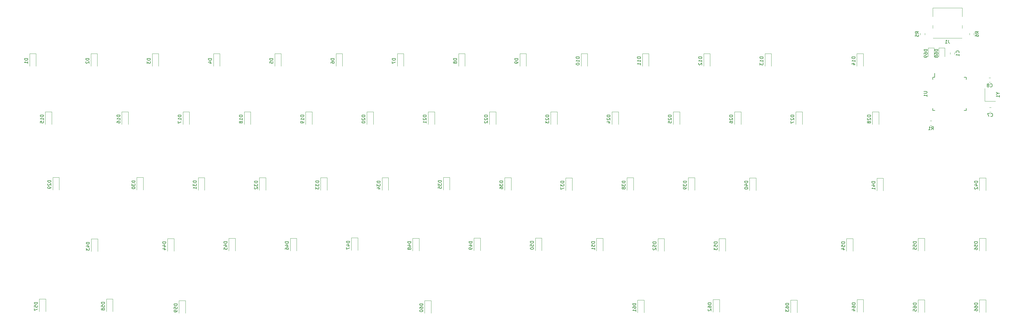
<source format=gbo>
%TF.GenerationSoftware,KiCad,Pcbnew,(5.1.6)-1*%
%TF.CreationDate,2020-07-27T20:44:57-04:00*%
%TF.ProjectId,keyboard,6b657962-6f61-4726-942e-6b696361645f,rev?*%
%TF.SameCoordinates,Original*%
%TF.FileFunction,Legend,Bot*%
%TF.FilePolarity,Positive*%
%FSLAX46Y46*%
G04 Gerber Fmt 4.6, Leading zero omitted, Abs format (unit mm)*
G04 Created by KiCad (PCBNEW (5.1.6)-1) date 2020-07-27 20:44:57*
%MOMM*%
%LPD*%
G01*
G04 APERTURE LIST*
%ADD10C,0.120000*%
%ADD11C,0.150000*%
G04 APERTURE END LIST*
D10*
%TO.C,Y1*%
X353354000Y-121550000D02*
X353354000Y-117550000D01*
X356654000Y-121550000D02*
X353354000Y-121550000D01*
D11*
%TO.C,U1*%
X337792000Y-114078000D02*
X337792000Y-112803000D01*
X337217000Y-124428000D02*
X337217000Y-123753000D01*
X347567000Y-124428000D02*
X347567000Y-123753000D01*
X347567000Y-114078000D02*
X347567000Y-114753000D01*
X337217000Y-114078000D02*
X337217000Y-114753000D01*
X347567000Y-114078000D02*
X346892000Y-114078000D01*
X347567000Y-124428000D02*
X346892000Y-124428000D01*
X337217000Y-124428000D02*
X337892000Y-124428000D01*
X337217000Y-114078000D02*
X337792000Y-114078000D01*
D10*
%TO.C,R6*%
X348571750Y-100889328D02*
X348571750Y-100372172D01*
X349991750Y-100889328D02*
X349991750Y-100372172D01*
%TO.C,R5*%
X334688250Y-100372172D02*
X334688250Y-100889328D01*
X333268250Y-100372172D02*
X333268250Y-100889328D01*
%TO.C,R1*%
X336369922Y-127610800D02*
X336887078Y-127610800D01*
X336369922Y-129030800D02*
X336887078Y-129030800D01*
%TO.C,J1*%
X337152500Y-98819000D02*
X337152500Y-97919000D01*
X346342500Y-98819000D02*
X346342500Y-97919000D01*
X337152500Y-95219000D02*
X337152500Y-92489000D01*
X346342500Y-95219000D02*
X346342500Y-92489000D01*
X337272500Y-101899000D02*
X346222500Y-101899000D01*
X337152500Y-92489000D02*
X346342500Y-92489000D01*
%TO.C,D69*%
X337637000Y-104946500D02*
X337637000Y-107631500D01*
X335717000Y-104946500D02*
X337637000Y-104946500D01*
X335717000Y-107631500D02*
X335717000Y-104946500D01*
%TO.C,D68*%
X340939000Y-104946500D02*
X340939000Y-107631500D01*
X339019000Y-104946500D02*
X340939000Y-104946500D01*
X339019000Y-107631500D02*
X339019000Y-104946500D01*
%TO.C,D66*%
X351679000Y-183298000D02*
X351679000Y-187198000D01*
X353679000Y-183298000D02*
X353679000Y-187198000D01*
X351679000Y-183298000D02*
X353679000Y-183298000D01*
%TO.C,D65*%
X332654400Y-183348800D02*
X332654400Y-187248800D01*
X334654400Y-183348800D02*
X334654400Y-187248800D01*
X332654400Y-183348800D02*
X334654400Y-183348800D01*
%TO.C,D64*%
X313629800Y-183272600D02*
X313629800Y-187172600D01*
X315629800Y-183272600D02*
X315629800Y-187172600D01*
X313629800Y-183272600D02*
X315629800Y-183272600D01*
%TO.C,D63*%
X292979600Y-183425000D02*
X292979600Y-187325000D01*
X294979600Y-183425000D02*
X294979600Y-187325000D01*
X292979600Y-183425000D02*
X294979600Y-183425000D01*
%TO.C,D62*%
X268849600Y-183272600D02*
X268849600Y-187172600D01*
X270849600Y-183272600D02*
X270849600Y-187172600D01*
X268849600Y-183272600D02*
X270849600Y-183272600D01*
%TO.C,D61*%
X245430800Y-183450400D02*
X245430800Y-187350400D01*
X247430800Y-183450400D02*
X247430800Y-187350400D01*
X245430800Y-183450400D02*
X247430800Y-183450400D01*
%TO.C,D60*%
X179213000Y-183550000D02*
X179213000Y-187450000D01*
X181213000Y-183550000D02*
X181213000Y-187450000D01*
X179213000Y-183550000D02*
X181213000Y-183550000D01*
%TO.C,D59*%
X102860600Y-183602800D02*
X102860600Y-187502800D01*
X104860600Y-183602800D02*
X104860600Y-187502800D01*
X102860600Y-183602800D02*
X104860600Y-183602800D01*
%TO.C,D58*%
X80280000Y-183044000D02*
X80280000Y-186944000D01*
X82280000Y-183044000D02*
X82280000Y-186944000D01*
X80280000Y-183044000D02*
X82280000Y-183044000D01*
%TO.C,D57*%
X59426600Y-183120200D02*
X59426600Y-187020200D01*
X61426600Y-183120200D02*
X61426600Y-187020200D01*
X59426600Y-183120200D02*
X61426600Y-183120200D01*
%TO.C,D56*%
X351653600Y-164222600D02*
X351653600Y-168122600D01*
X353653600Y-164222600D02*
X353653600Y-168122600D01*
X351653600Y-164222600D02*
X353653600Y-164222600D01*
%TO.C,D55*%
X332654400Y-164197200D02*
X332654400Y-168097200D01*
X334654400Y-164197200D02*
X334654400Y-168097200D01*
X332654400Y-164197200D02*
X334654400Y-164197200D01*
%TO.C,D54*%
X310353200Y-164298800D02*
X310353200Y-168198800D01*
X312353200Y-164298800D02*
X312353200Y-168198800D01*
X310353200Y-164298800D02*
X312353200Y-164298800D01*
%TO.C,D53*%
X270729200Y-164273400D02*
X270729200Y-168173400D01*
X272729200Y-164273400D02*
X272729200Y-168173400D01*
X270729200Y-164273400D02*
X272729200Y-164273400D01*
%TO.C,D52*%
X251730000Y-164298800D02*
X251730000Y-168198800D01*
X253730000Y-164298800D02*
X253730000Y-168198800D01*
X251730000Y-164298800D02*
X253730000Y-164298800D01*
%TO.C,D51*%
X232629200Y-164222600D02*
X232629200Y-168122600D01*
X234629200Y-164222600D02*
X234629200Y-168122600D01*
X232629200Y-164222600D02*
X234629200Y-164222600D01*
%TO.C,D50*%
X213630000Y-164121000D02*
X213630000Y-168021000D01*
X215630000Y-164121000D02*
X215630000Y-168021000D01*
X213630000Y-164121000D02*
X215630000Y-164121000D01*
%TO.C,D49*%
X194554600Y-164146400D02*
X194554600Y-168046400D01*
X196554600Y-164146400D02*
X196554600Y-168046400D01*
X194554600Y-164146400D02*
X196554600Y-164146400D01*
%TO.C,D48*%
X175504600Y-164171800D02*
X175504600Y-168071800D01*
X177504600Y-164171800D02*
X177504600Y-168071800D01*
X175504600Y-164171800D02*
X177504600Y-164171800D01*
%TO.C,D47*%
X156454600Y-164070200D02*
X156454600Y-167970200D01*
X158454600Y-164070200D02*
X158454600Y-167970200D01*
X156454600Y-164070200D02*
X158454600Y-164070200D01*
%TO.C,D46*%
X137430000Y-164197200D02*
X137430000Y-168097200D01*
X139430000Y-164197200D02*
X139430000Y-168097200D01*
X137430000Y-164197200D02*
X139430000Y-164197200D01*
%TO.C,D45*%
X118329200Y-164197200D02*
X118329200Y-168097200D01*
X120329200Y-164197200D02*
X120329200Y-168097200D01*
X118329200Y-164197200D02*
X120329200Y-164197200D01*
%TO.C,D44*%
X99304600Y-164273400D02*
X99304600Y-168173400D01*
X101304600Y-164273400D02*
X101304600Y-168173400D01*
X99304600Y-164273400D02*
X101304600Y-164273400D01*
%TO.C,D43*%
X75555600Y-164400400D02*
X75555600Y-168300400D01*
X77555600Y-164400400D02*
X77555600Y-168300400D01*
X75555600Y-164400400D02*
X77555600Y-164400400D01*
%TO.C,D42*%
X351704400Y-145373800D02*
X351704400Y-149273800D01*
X353704400Y-145373800D02*
X353704400Y-149273800D01*
X351704400Y-145373800D02*
X353704400Y-145373800D01*
%TO.C,D41*%
X319802000Y-145477400D02*
X319802000Y-149377400D01*
X321802000Y-145477400D02*
X321802000Y-149377400D01*
X319802000Y-145477400D02*
X321802000Y-145477400D01*
%TO.C,D40*%
X280228800Y-145373800D02*
X280228800Y-149273800D01*
X282228800Y-145373800D02*
X282228800Y-149273800D01*
X280228800Y-145373800D02*
X282228800Y-145373800D01*
%TO.C,D39*%
X261178800Y-145350400D02*
X261178800Y-149250400D01*
X263178800Y-145350400D02*
X263178800Y-149250400D01*
X261178800Y-145350400D02*
X263178800Y-145350400D01*
%TO.C,D38*%
X242128800Y-145350400D02*
X242128800Y-149250400D01*
X244128800Y-145350400D02*
X244128800Y-149250400D01*
X242128800Y-145350400D02*
X244128800Y-145350400D01*
%TO.C,D37*%
X223053400Y-145375800D02*
X223053400Y-149275800D01*
X225053400Y-145375800D02*
X225053400Y-149275800D01*
X223053400Y-145375800D02*
X225053400Y-145375800D01*
%TO.C,D36*%
X204079600Y-145299600D02*
X204079600Y-149199600D01*
X206079600Y-145299600D02*
X206079600Y-149199600D01*
X204079600Y-145299600D02*
X206079600Y-145299600D01*
%TO.C,D35*%
X185004200Y-145198000D02*
X185004200Y-149098000D01*
X187004200Y-145198000D02*
X187004200Y-149098000D01*
X185004200Y-145198000D02*
X187004200Y-145198000D01*
%TO.C,D34*%
X165954200Y-145350400D02*
X165954200Y-149250400D01*
X167954200Y-145350400D02*
X167954200Y-149250400D01*
X165954200Y-145350400D02*
X167954200Y-145350400D01*
%TO.C,D33*%
X146878800Y-145325000D02*
X146878800Y-149225000D01*
X148878800Y-145325000D02*
X148878800Y-149225000D01*
X146878800Y-145325000D02*
X148878800Y-145325000D01*
%TO.C,D32*%
X127828800Y-145350400D02*
X127828800Y-149250400D01*
X129828800Y-145350400D02*
X129828800Y-149250400D01*
X127828800Y-145350400D02*
X129828800Y-145350400D01*
%TO.C,D31*%
X108804200Y-145299600D02*
X108804200Y-149199600D01*
X110804200Y-145299600D02*
X110804200Y-149199600D01*
X108804200Y-145299600D02*
X110804200Y-145299600D01*
%TO.C,D30*%
X89728800Y-145274200D02*
X89728800Y-149174200D01*
X91728800Y-145274200D02*
X91728800Y-149174200D01*
X89728800Y-145274200D02*
X91728800Y-145274200D01*
%TO.C,D29*%
X63592200Y-145198000D02*
X63592200Y-149098000D01*
X65592200Y-145198000D02*
X65592200Y-149098000D01*
X63592200Y-145198000D02*
X65592200Y-145198000D01*
%TO.C,D28*%
X318405000Y-124814500D02*
X318405000Y-128714500D01*
X320405000Y-124814500D02*
X320405000Y-128714500D01*
X318405000Y-124814500D02*
X320405000Y-124814500D01*
%TO.C,D27*%
X294592500Y-124814500D02*
X294592500Y-128714500D01*
X296592500Y-124814500D02*
X296592500Y-128714500D01*
X294592500Y-124814500D02*
X296592500Y-124814500D01*
%TO.C,D26*%
X275542500Y-124814500D02*
X275542500Y-128714500D01*
X277542500Y-124814500D02*
X277542500Y-128714500D01*
X275542500Y-124814500D02*
X277542500Y-124814500D01*
%TO.C,D25*%
X256492500Y-124814500D02*
X256492500Y-128714500D01*
X258492500Y-124814500D02*
X258492500Y-128714500D01*
X256492500Y-124814500D02*
X258492500Y-124814500D01*
%TO.C,D24*%
X237442500Y-124814500D02*
X237442500Y-128714500D01*
X239442500Y-124814500D02*
X239442500Y-128714500D01*
X237442500Y-124814500D02*
X239442500Y-124814500D01*
%TO.C,D23*%
X218392500Y-124814500D02*
X218392500Y-128714500D01*
X220392500Y-124814500D02*
X220392500Y-128714500D01*
X218392500Y-124814500D02*
X220392500Y-124814500D01*
%TO.C,D22*%
X199342500Y-124814500D02*
X199342500Y-128714500D01*
X201342500Y-124814500D02*
X201342500Y-128714500D01*
X199342500Y-124814500D02*
X201342500Y-124814500D01*
%TO.C,D21*%
X180292500Y-124814500D02*
X180292500Y-128714500D01*
X182292500Y-124814500D02*
X182292500Y-128714500D01*
X180292500Y-124814500D02*
X182292500Y-124814500D01*
%TO.C,D20*%
X161242500Y-124813500D02*
X161242500Y-128713500D01*
X163242500Y-124813500D02*
X163242500Y-128713500D01*
X161242500Y-124813500D02*
X163242500Y-124813500D01*
%TO.C,D19*%
X142205200Y-124826200D02*
X142205200Y-128726200D01*
X144205200Y-124826200D02*
X144205200Y-128726200D01*
X142205200Y-124826200D02*
X144205200Y-124826200D01*
%TO.C,D18*%
X123129800Y-124826200D02*
X123129800Y-128726200D01*
X125129800Y-124826200D02*
X125129800Y-128726200D01*
X123129800Y-124826200D02*
X125129800Y-124826200D01*
%TO.C,D17*%
X104079800Y-124801800D02*
X104079800Y-128701800D01*
X106079800Y-124801800D02*
X106079800Y-128701800D01*
X104079800Y-124801800D02*
X106079800Y-124801800D01*
%TO.C,D16*%
X85055200Y-124800800D02*
X85055200Y-128700800D01*
X87055200Y-124800800D02*
X87055200Y-128700800D01*
X85055200Y-124800800D02*
X87055200Y-124800800D01*
%TO.C,D15*%
X61255400Y-124801800D02*
X61255400Y-128701800D01*
X63255400Y-124801800D02*
X63255400Y-128701800D01*
X61255400Y-124801800D02*
X63255400Y-124801800D01*
%TO.C,D14*%
X313579000Y-106717000D02*
X313579000Y-110617000D01*
X315579000Y-106717000D02*
X315579000Y-110617000D01*
X313579000Y-106717000D02*
X315579000Y-106717000D01*
%TO.C,D13*%
X285004000Y-106717000D02*
X285004000Y-110617000D01*
X287004000Y-106717000D02*
X287004000Y-110617000D01*
X285004000Y-106717000D02*
X287004000Y-106717000D01*
%TO.C,D12*%
X265954000Y-106717000D02*
X265954000Y-110617000D01*
X267954000Y-106717000D02*
X267954000Y-110617000D01*
X265954000Y-106717000D02*
X267954000Y-106717000D01*
%TO.C,D11*%
X246904000Y-106717000D02*
X246904000Y-110617000D01*
X248904000Y-106717000D02*
X248904000Y-110617000D01*
X246904000Y-106717000D02*
X248904000Y-106717000D01*
%TO.C,D10*%
X227854000Y-106717000D02*
X227854000Y-110617000D01*
X229854000Y-106717000D02*
X229854000Y-110617000D01*
X227854000Y-106717000D02*
X229854000Y-106717000D01*
%TO.C,D9*%
X208804000Y-106717000D02*
X208804000Y-110617000D01*
X210804000Y-106717000D02*
X210804000Y-110617000D01*
X208804000Y-106717000D02*
X210804000Y-106717000D01*
%TO.C,D8*%
X189754000Y-106717000D02*
X189754000Y-110617000D01*
X191754000Y-106717000D02*
X191754000Y-110617000D01*
X189754000Y-106717000D02*
X191754000Y-106717000D01*
%TO.C,D7*%
X170704000Y-106717000D02*
X170704000Y-110617000D01*
X172704000Y-106717000D02*
X172704000Y-110617000D01*
X170704000Y-106717000D02*
X172704000Y-106717000D01*
%TO.C,D6*%
X151654000Y-106717000D02*
X151654000Y-110617000D01*
X153654000Y-106717000D02*
X153654000Y-110617000D01*
X151654000Y-106717000D02*
X153654000Y-106717000D01*
%TO.C,D5*%
X132604000Y-106717000D02*
X132604000Y-110617000D01*
X134604000Y-106717000D02*
X134604000Y-110617000D01*
X132604000Y-106717000D02*
X134604000Y-106717000D01*
%TO.C,D4*%
X113554000Y-106717000D02*
X113554000Y-110617000D01*
X115554000Y-106717000D02*
X115554000Y-110617000D01*
X113554000Y-106717000D02*
X115554000Y-106717000D01*
%TO.C,D3*%
X94504000Y-106717000D02*
X94504000Y-110617000D01*
X96504000Y-106717000D02*
X96504000Y-110617000D01*
X94504000Y-106717000D02*
X96504000Y-106717000D01*
%TO.C,D2*%
X75454000Y-106716000D02*
X75454000Y-110616000D01*
X77454000Y-106716000D02*
X77454000Y-110616000D01*
X75454000Y-106716000D02*
X77454000Y-106716000D01*
%TO.C,D1*%
X56404000Y-106717000D02*
X56404000Y-110617000D01*
X58404000Y-106717000D02*
X58404000Y-110617000D01*
X56404000Y-106717000D02*
X58404000Y-106717000D01*
%TO.C,C8*%
X355175078Y-115645000D02*
X354657922Y-115645000D01*
X355175078Y-114225000D02*
X354657922Y-114225000D01*
%TO.C,C7*%
X354754922Y-123496000D02*
X355272078Y-123496000D01*
X354754922Y-124916000D02*
X355272078Y-124916000D01*
%TO.C,C1*%
X342571000Y-106890078D02*
X342571000Y-106372922D01*
X343991000Y-106890078D02*
X343991000Y-106372922D01*
%TO.C,Y1*%
D11*
X357430190Y-119073809D02*
X357906380Y-119073809D01*
X356906380Y-118740476D02*
X357430190Y-119073809D01*
X356906380Y-119407142D01*
X357906380Y-120264285D02*
X357906380Y-119692857D01*
X357906380Y-119978571D02*
X356906380Y-119978571D01*
X357049238Y-119883333D01*
X357144476Y-119788095D01*
X357192095Y-119692857D01*
%TO.C,U1*%
X334394380Y-118491095D02*
X335203904Y-118491095D01*
X335299142Y-118538714D01*
X335346761Y-118586333D01*
X335394380Y-118681571D01*
X335394380Y-118872047D01*
X335346761Y-118967285D01*
X335299142Y-119014904D01*
X335203904Y-119062523D01*
X334394380Y-119062523D01*
X335394380Y-120062523D02*
X335394380Y-119491095D01*
X335394380Y-119776809D02*
X334394380Y-119776809D01*
X334537238Y-119681571D01*
X334632476Y-119586333D01*
X334680095Y-119491095D01*
%TO.C,R6*%
X351384130Y-100464083D02*
X350907940Y-100130750D01*
X351384130Y-99892654D02*
X350384130Y-99892654D01*
X350384130Y-100273607D01*
X350431750Y-100368845D01*
X350479369Y-100416464D01*
X350574607Y-100464083D01*
X350717464Y-100464083D01*
X350812702Y-100416464D01*
X350860321Y-100368845D01*
X350907940Y-100273607D01*
X350907940Y-99892654D01*
X350384130Y-101321226D02*
X350384130Y-101130750D01*
X350431750Y-101035511D01*
X350479369Y-100987892D01*
X350622226Y-100892654D01*
X350812702Y-100845035D01*
X351193654Y-100845035D01*
X351288892Y-100892654D01*
X351336511Y-100940273D01*
X351384130Y-101035511D01*
X351384130Y-101225988D01*
X351336511Y-101321226D01*
X351288892Y-101368845D01*
X351193654Y-101416464D01*
X350955559Y-101416464D01*
X350860321Y-101368845D01*
X350812702Y-101321226D01*
X350765083Y-101225988D01*
X350765083Y-101035511D01*
X350812702Y-100940273D01*
X350860321Y-100892654D01*
X350955559Y-100845035D01*
%TO.C,R5*%
X332780630Y-100464083D02*
X332304440Y-100130750D01*
X332780630Y-99892654D02*
X331780630Y-99892654D01*
X331780630Y-100273607D01*
X331828250Y-100368845D01*
X331875869Y-100416464D01*
X331971107Y-100464083D01*
X332113964Y-100464083D01*
X332209202Y-100416464D01*
X332256821Y-100368845D01*
X332304440Y-100273607D01*
X332304440Y-99892654D01*
X331780630Y-101368845D02*
X331780630Y-100892654D01*
X332256821Y-100845035D01*
X332209202Y-100892654D01*
X332161583Y-100987892D01*
X332161583Y-101225988D01*
X332209202Y-101321226D01*
X332256821Y-101368845D01*
X332352059Y-101416464D01*
X332590154Y-101416464D01*
X332685392Y-101368845D01*
X332733011Y-101321226D01*
X332780630Y-101225988D01*
X332780630Y-100987892D01*
X332733011Y-100892654D01*
X332685392Y-100845035D01*
%TO.C,R1*%
X336795166Y-130423180D02*
X337128500Y-129946990D01*
X337366595Y-130423180D02*
X337366595Y-129423180D01*
X336985642Y-129423180D01*
X336890404Y-129470800D01*
X336842785Y-129518419D01*
X336795166Y-129613657D01*
X336795166Y-129756514D01*
X336842785Y-129851752D01*
X336890404Y-129899371D01*
X336985642Y-129946990D01*
X337366595Y-129946990D01*
X335842785Y-130423180D02*
X336414214Y-130423180D01*
X336128500Y-130423180D02*
X336128500Y-129423180D01*
X336223738Y-129566038D01*
X336318976Y-129661276D01*
X336414214Y-129708895D01*
%TO.C,J1*%
X342080833Y-102471380D02*
X342080833Y-103185666D01*
X342128452Y-103328523D01*
X342223690Y-103423761D01*
X342366547Y-103471380D01*
X342461785Y-103471380D01*
X341080833Y-103471380D02*
X341652261Y-103471380D01*
X341366547Y-103471380D02*
X341366547Y-102471380D01*
X341461785Y-102614238D01*
X341557023Y-102709476D01*
X341652261Y-102757095D01*
%TO.C,D69*%
X335479380Y-105417214D02*
X334479380Y-105417214D01*
X334479380Y-105655309D01*
X334527000Y-105798166D01*
X334622238Y-105893404D01*
X334717476Y-105941023D01*
X334907952Y-105988642D01*
X335050809Y-105988642D01*
X335241285Y-105941023D01*
X335336523Y-105893404D01*
X335431761Y-105798166D01*
X335479380Y-105655309D01*
X335479380Y-105417214D01*
X334479380Y-106845785D02*
X334479380Y-106655309D01*
X334527000Y-106560071D01*
X334574619Y-106512452D01*
X334717476Y-106417214D01*
X334907952Y-106369595D01*
X335288904Y-106369595D01*
X335384142Y-106417214D01*
X335431761Y-106464833D01*
X335479380Y-106560071D01*
X335479380Y-106750547D01*
X335431761Y-106845785D01*
X335384142Y-106893404D01*
X335288904Y-106941023D01*
X335050809Y-106941023D01*
X334955571Y-106893404D01*
X334907952Y-106845785D01*
X334860333Y-106750547D01*
X334860333Y-106560071D01*
X334907952Y-106464833D01*
X334955571Y-106417214D01*
X335050809Y-106369595D01*
X335479380Y-107417214D02*
X335479380Y-107607690D01*
X335431761Y-107702928D01*
X335384142Y-107750547D01*
X335241285Y-107845785D01*
X335050809Y-107893404D01*
X334669857Y-107893404D01*
X334574619Y-107845785D01*
X334527000Y-107798166D01*
X334479380Y-107702928D01*
X334479380Y-107512452D01*
X334527000Y-107417214D01*
X334574619Y-107369595D01*
X334669857Y-107321976D01*
X334907952Y-107321976D01*
X335003190Y-107369595D01*
X335050809Y-107417214D01*
X335098428Y-107512452D01*
X335098428Y-107702928D01*
X335050809Y-107798166D01*
X335003190Y-107845785D01*
X334907952Y-107893404D01*
%TO.C,D68*%
X338781380Y-105417214D02*
X337781380Y-105417214D01*
X337781380Y-105655309D01*
X337829000Y-105798166D01*
X337924238Y-105893404D01*
X338019476Y-105941023D01*
X338209952Y-105988642D01*
X338352809Y-105988642D01*
X338543285Y-105941023D01*
X338638523Y-105893404D01*
X338733761Y-105798166D01*
X338781380Y-105655309D01*
X338781380Y-105417214D01*
X337781380Y-106845785D02*
X337781380Y-106655309D01*
X337829000Y-106560071D01*
X337876619Y-106512452D01*
X338019476Y-106417214D01*
X338209952Y-106369595D01*
X338590904Y-106369595D01*
X338686142Y-106417214D01*
X338733761Y-106464833D01*
X338781380Y-106560071D01*
X338781380Y-106750547D01*
X338733761Y-106845785D01*
X338686142Y-106893404D01*
X338590904Y-106941023D01*
X338352809Y-106941023D01*
X338257571Y-106893404D01*
X338209952Y-106845785D01*
X338162333Y-106750547D01*
X338162333Y-106560071D01*
X338209952Y-106464833D01*
X338257571Y-106417214D01*
X338352809Y-106369595D01*
X338209952Y-107512452D02*
X338162333Y-107417214D01*
X338114714Y-107369595D01*
X338019476Y-107321976D01*
X337971857Y-107321976D01*
X337876619Y-107369595D01*
X337829000Y-107417214D01*
X337781380Y-107512452D01*
X337781380Y-107702928D01*
X337829000Y-107798166D01*
X337876619Y-107845785D01*
X337971857Y-107893404D01*
X338019476Y-107893404D01*
X338114714Y-107845785D01*
X338162333Y-107798166D01*
X338209952Y-107702928D01*
X338209952Y-107512452D01*
X338257571Y-107417214D01*
X338305190Y-107369595D01*
X338400428Y-107321976D01*
X338590904Y-107321976D01*
X338686142Y-107369595D01*
X338733761Y-107417214D01*
X338781380Y-107512452D01*
X338781380Y-107702928D01*
X338733761Y-107798166D01*
X338686142Y-107845785D01*
X338590904Y-107893404D01*
X338400428Y-107893404D01*
X338305190Y-107845785D01*
X338257571Y-107798166D01*
X338209952Y-107702928D01*
%TO.C,D66*%
X351131380Y-184333714D02*
X350131380Y-184333714D01*
X350131380Y-184571809D01*
X350179000Y-184714666D01*
X350274238Y-184809904D01*
X350369476Y-184857523D01*
X350559952Y-184905142D01*
X350702809Y-184905142D01*
X350893285Y-184857523D01*
X350988523Y-184809904D01*
X351083761Y-184714666D01*
X351131380Y-184571809D01*
X351131380Y-184333714D01*
X350131380Y-185762285D02*
X350131380Y-185571809D01*
X350179000Y-185476571D01*
X350226619Y-185428952D01*
X350369476Y-185333714D01*
X350559952Y-185286095D01*
X350940904Y-185286095D01*
X351036142Y-185333714D01*
X351083761Y-185381333D01*
X351131380Y-185476571D01*
X351131380Y-185667047D01*
X351083761Y-185762285D01*
X351036142Y-185809904D01*
X350940904Y-185857523D01*
X350702809Y-185857523D01*
X350607571Y-185809904D01*
X350559952Y-185762285D01*
X350512333Y-185667047D01*
X350512333Y-185476571D01*
X350559952Y-185381333D01*
X350607571Y-185333714D01*
X350702809Y-185286095D01*
X350131380Y-186714666D02*
X350131380Y-186524190D01*
X350179000Y-186428952D01*
X350226619Y-186381333D01*
X350369476Y-186286095D01*
X350559952Y-186238476D01*
X350940904Y-186238476D01*
X351036142Y-186286095D01*
X351083761Y-186333714D01*
X351131380Y-186428952D01*
X351131380Y-186619428D01*
X351083761Y-186714666D01*
X351036142Y-186762285D01*
X350940904Y-186809904D01*
X350702809Y-186809904D01*
X350607571Y-186762285D01*
X350559952Y-186714666D01*
X350512333Y-186619428D01*
X350512333Y-186428952D01*
X350559952Y-186333714D01*
X350607571Y-186286095D01*
X350702809Y-186238476D01*
%TO.C,D65*%
X332106780Y-184384514D02*
X331106780Y-184384514D01*
X331106780Y-184622609D01*
X331154400Y-184765466D01*
X331249638Y-184860704D01*
X331344876Y-184908323D01*
X331535352Y-184955942D01*
X331678209Y-184955942D01*
X331868685Y-184908323D01*
X331963923Y-184860704D01*
X332059161Y-184765466D01*
X332106780Y-184622609D01*
X332106780Y-184384514D01*
X331106780Y-185813085D02*
X331106780Y-185622609D01*
X331154400Y-185527371D01*
X331202019Y-185479752D01*
X331344876Y-185384514D01*
X331535352Y-185336895D01*
X331916304Y-185336895D01*
X332011542Y-185384514D01*
X332059161Y-185432133D01*
X332106780Y-185527371D01*
X332106780Y-185717847D01*
X332059161Y-185813085D01*
X332011542Y-185860704D01*
X331916304Y-185908323D01*
X331678209Y-185908323D01*
X331582971Y-185860704D01*
X331535352Y-185813085D01*
X331487733Y-185717847D01*
X331487733Y-185527371D01*
X331535352Y-185432133D01*
X331582971Y-185384514D01*
X331678209Y-185336895D01*
X331106780Y-186813085D02*
X331106780Y-186336895D01*
X331582971Y-186289276D01*
X331535352Y-186336895D01*
X331487733Y-186432133D01*
X331487733Y-186670228D01*
X331535352Y-186765466D01*
X331582971Y-186813085D01*
X331678209Y-186860704D01*
X331916304Y-186860704D01*
X332011542Y-186813085D01*
X332059161Y-186765466D01*
X332106780Y-186670228D01*
X332106780Y-186432133D01*
X332059161Y-186336895D01*
X332011542Y-186289276D01*
%TO.C,D64*%
X313082180Y-184308314D02*
X312082180Y-184308314D01*
X312082180Y-184546409D01*
X312129800Y-184689266D01*
X312225038Y-184784504D01*
X312320276Y-184832123D01*
X312510752Y-184879742D01*
X312653609Y-184879742D01*
X312844085Y-184832123D01*
X312939323Y-184784504D01*
X313034561Y-184689266D01*
X313082180Y-184546409D01*
X313082180Y-184308314D01*
X312082180Y-185736885D02*
X312082180Y-185546409D01*
X312129800Y-185451171D01*
X312177419Y-185403552D01*
X312320276Y-185308314D01*
X312510752Y-185260695D01*
X312891704Y-185260695D01*
X312986942Y-185308314D01*
X313034561Y-185355933D01*
X313082180Y-185451171D01*
X313082180Y-185641647D01*
X313034561Y-185736885D01*
X312986942Y-185784504D01*
X312891704Y-185832123D01*
X312653609Y-185832123D01*
X312558371Y-185784504D01*
X312510752Y-185736885D01*
X312463133Y-185641647D01*
X312463133Y-185451171D01*
X312510752Y-185355933D01*
X312558371Y-185308314D01*
X312653609Y-185260695D01*
X312415514Y-186689266D02*
X313082180Y-186689266D01*
X312034561Y-186451171D02*
X312748847Y-186213076D01*
X312748847Y-186832123D01*
%TO.C,D63*%
X292431980Y-184460714D02*
X291431980Y-184460714D01*
X291431980Y-184698809D01*
X291479600Y-184841666D01*
X291574838Y-184936904D01*
X291670076Y-184984523D01*
X291860552Y-185032142D01*
X292003409Y-185032142D01*
X292193885Y-184984523D01*
X292289123Y-184936904D01*
X292384361Y-184841666D01*
X292431980Y-184698809D01*
X292431980Y-184460714D01*
X291431980Y-185889285D02*
X291431980Y-185698809D01*
X291479600Y-185603571D01*
X291527219Y-185555952D01*
X291670076Y-185460714D01*
X291860552Y-185413095D01*
X292241504Y-185413095D01*
X292336742Y-185460714D01*
X292384361Y-185508333D01*
X292431980Y-185603571D01*
X292431980Y-185794047D01*
X292384361Y-185889285D01*
X292336742Y-185936904D01*
X292241504Y-185984523D01*
X292003409Y-185984523D01*
X291908171Y-185936904D01*
X291860552Y-185889285D01*
X291812933Y-185794047D01*
X291812933Y-185603571D01*
X291860552Y-185508333D01*
X291908171Y-185460714D01*
X292003409Y-185413095D01*
X291431980Y-186317857D02*
X291431980Y-186936904D01*
X291812933Y-186603571D01*
X291812933Y-186746428D01*
X291860552Y-186841666D01*
X291908171Y-186889285D01*
X292003409Y-186936904D01*
X292241504Y-186936904D01*
X292336742Y-186889285D01*
X292384361Y-186841666D01*
X292431980Y-186746428D01*
X292431980Y-186460714D01*
X292384361Y-186365476D01*
X292336742Y-186317857D01*
%TO.C,D62*%
X268301980Y-184308314D02*
X267301980Y-184308314D01*
X267301980Y-184546409D01*
X267349600Y-184689266D01*
X267444838Y-184784504D01*
X267540076Y-184832123D01*
X267730552Y-184879742D01*
X267873409Y-184879742D01*
X268063885Y-184832123D01*
X268159123Y-184784504D01*
X268254361Y-184689266D01*
X268301980Y-184546409D01*
X268301980Y-184308314D01*
X267301980Y-185736885D02*
X267301980Y-185546409D01*
X267349600Y-185451171D01*
X267397219Y-185403552D01*
X267540076Y-185308314D01*
X267730552Y-185260695D01*
X268111504Y-185260695D01*
X268206742Y-185308314D01*
X268254361Y-185355933D01*
X268301980Y-185451171D01*
X268301980Y-185641647D01*
X268254361Y-185736885D01*
X268206742Y-185784504D01*
X268111504Y-185832123D01*
X267873409Y-185832123D01*
X267778171Y-185784504D01*
X267730552Y-185736885D01*
X267682933Y-185641647D01*
X267682933Y-185451171D01*
X267730552Y-185355933D01*
X267778171Y-185308314D01*
X267873409Y-185260695D01*
X267397219Y-186213076D02*
X267349600Y-186260695D01*
X267301980Y-186355933D01*
X267301980Y-186594028D01*
X267349600Y-186689266D01*
X267397219Y-186736885D01*
X267492457Y-186784504D01*
X267587695Y-186784504D01*
X267730552Y-186736885D01*
X268301980Y-186165457D01*
X268301980Y-186784504D01*
%TO.C,D61*%
X244883180Y-184486114D02*
X243883180Y-184486114D01*
X243883180Y-184724209D01*
X243930800Y-184867066D01*
X244026038Y-184962304D01*
X244121276Y-185009923D01*
X244311752Y-185057542D01*
X244454609Y-185057542D01*
X244645085Y-185009923D01*
X244740323Y-184962304D01*
X244835561Y-184867066D01*
X244883180Y-184724209D01*
X244883180Y-184486114D01*
X243883180Y-185914685D02*
X243883180Y-185724209D01*
X243930800Y-185628971D01*
X243978419Y-185581352D01*
X244121276Y-185486114D01*
X244311752Y-185438495D01*
X244692704Y-185438495D01*
X244787942Y-185486114D01*
X244835561Y-185533733D01*
X244883180Y-185628971D01*
X244883180Y-185819447D01*
X244835561Y-185914685D01*
X244787942Y-185962304D01*
X244692704Y-186009923D01*
X244454609Y-186009923D01*
X244359371Y-185962304D01*
X244311752Y-185914685D01*
X244264133Y-185819447D01*
X244264133Y-185628971D01*
X244311752Y-185533733D01*
X244359371Y-185486114D01*
X244454609Y-185438495D01*
X244883180Y-186962304D02*
X244883180Y-186390876D01*
X244883180Y-186676590D02*
X243883180Y-186676590D01*
X244026038Y-186581352D01*
X244121276Y-186486114D01*
X244168895Y-186390876D01*
%TO.C,D60*%
X178665380Y-184585714D02*
X177665380Y-184585714D01*
X177665380Y-184823809D01*
X177713000Y-184966666D01*
X177808238Y-185061904D01*
X177903476Y-185109523D01*
X178093952Y-185157142D01*
X178236809Y-185157142D01*
X178427285Y-185109523D01*
X178522523Y-185061904D01*
X178617761Y-184966666D01*
X178665380Y-184823809D01*
X178665380Y-184585714D01*
X177665380Y-186014285D02*
X177665380Y-185823809D01*
X177713000Y-185728571D01*
X177760619Y-185680952D01*
X177903476Y-185585714D01*
X178093952Y-185538095D01*
X178474904Y-185538095D01*
X178570142Y-185585714D01*
X178617761Y-185633333D01*
X178665380Y-185728571D01*
X178665380Y-185919047D01*
X178617761Y-186014285D01*
X178570142Y-186061904D01*
X178474904Y-186109523D01*
X178236809Y-186109523D01*
X178141571Y-186061904D01*
X178093952Y-186014285D01*
X178046333Y-185919047D01*
X178046333Y-185728571D01*
X178093952Y-185633333D01*
X178141571Y-185585714D01*
X178236809Y-185538095D01*
X177665380Y-186728571D02*
X177665380Y-186823809D01*
X177713000Y-186919047D01*
X177760619Y-186966666D01*
X177855857Y-187014285D01*
X178046333Y-187061904D01*
X178284428Y-187061904D01*
X178474904Y-187014285D01*
X178570142Y-186966666D01*
X178617761Y-186919047D01*
X178665380Y-186823809D01*
X178665380Y-186728571D01*
X178617761Y-186633333D01*
X178570142Y-186585714D01*
X178474904Y-186538095D01*
X178284428Y-186490476D01*
X178046333Y-186490476D01*
X177855857Y-186538095D01*
X177760619Y-186585714D01*
X177713000Y-186633333D01*
X177665380Y-186728571D01*
%TO.C,D59*%
X102312980Y-184638514D02*
X101312980Y-184638514D01*
X101312980Y-184876609D01*
X101360600Y-185019466D01*
X101455838Y-185114704D01*
X101551076Y-185162323D01*
X101741552Y-185209942D01*
X101884409Y-185209942D01*
X102074885Y-185162323D01*
X102170123Y-185114704D01*
X102265361Y-185019466D01*
X102312980Y-184876609D01*
X102312980Y-184638514D01*
X101312980Y-186114704D02*
X101312980Y-185638514D01*
X101789171Y-185590895D01*
X101741552Y-185638514D01*
X101693933Y-185733752D01*
X101693933Y-185971847D01*
X101741552Y-186067085D01*
X101789171Y-186114704D01*
X101884409Y-186162323D01*
X102122504Y-186162323D01*
X102217742Y-186114704D01*
X102265361Y-186067085D01*
X102312980Y-185971847D01*
X102312980Y-185733752D01*
X102265361Y-185638514D01*
X102217742Y-185590895D01*
X102312980Y-186638514D02*
X102312980Y-186828990D01*
X102265361Y-186924228D01*
X102217742Y-186971847D01*
X102074885Y-187067085D01*
X101884409Y-187114704D01*
X101503457Y-187114704D01*
X101408219Y-187067085D01*
X101360600Y-187019466D01*
X101312980Y-186924228D01*
X101312980Y-186733752D01*
X101360600Y-186638514D01*
X101408219Y-186590895D01*
X101503457Y-186543276D01*
X101741552Y-186543276D01*
X101836790Y-186590895D01*
X101884409Y-186638514D01*
X101932028Y-186733752D01*
X101932028Y-186924228D01*
X101884409Y-187019466D01*
X101836790Y-187067085D01*
X101741552Y-187114704D01*
%TO.C,D58*%
X79732380Y-184079714D02*
X78732380Y-184079714D01*
X78732380Y-184317809D01*
X78780000Y-184460666D01*
X78875238Y-184555904D01*
X78970476Y-184603523D01*
X79160952Y-184651142D01*
X79303809Y-184651142D01*
X79494285Y-184603523D01*
X79589523Y-184555904D01*
X79684761Y-184460666D01*
X79732380Y-184317809D01*
X79732380Y-184079714D01*
X78732380Y-185555904D02*
X78732380Y-185079714D01*
X79208571Y-185032095D01*
X79160952Y-185079714D01*
X79113333Y-185174952D01*
X79113333Y-185413047D01*
X79160952Y-185508285D01*
X79208571Y-185555904D01*
X79303809Y-185603523D01*
X79541904Y-185603523D01*
X79637142Y-185555904D01*
X79684761Y-185508285D01*
X79732380Y-185413047D01*
X79732380Y-185174952D01*
X79684761Y-185079714D01*
X79637142Y-185032095D01*
X79160952Y-186174952D02*
X79113333Y-186079714D01*
X79065714Y-186032095D01*
X78970476Y-185984476D01*
X78922857Y-185984476D01*
X78827619Y-186032095D01*
X78780000Y-186079714D01*
X78732380Y-186174952D01*
X78732380Y-186365428D01*
X78780000Y-186460666D01*
X78827619Y-186508285D01*
X78922857Y-186555904D01*
X78970476Y-186555904D01*
X79065714Y-186508285D01*
X79113333Y-186460666D01*
X79160952Y-186365428D01*
X79160952Y-186174952D01*
X79208571Y-186079714D01*
X79256190Y-186032095D01*
X79351428Y-185984476D01*
X79541904Y-185984476D01*
X79637142Y-186032095D01*
X79684761Y-186079714D01*
X79732380Y-186174952D01*
X79732380Y-186365428D01*
X79684761Y-186460666D01*
X79637142Y-186508285D01*
X79541904Y-186555904D01*
X79351428Y-186555904D01*
X79256190Y-186508285D01*
X79208571Y-186460666D01*
X79160952Y-186365428D01*
%TO.C,D57*%
X58878980Y-184155914D02*
X57878980Y-184155914D01*
X57878980Y-184394009D01*
X57926600Y-184536866D01*
X58021838Y-184632104D01*
X58117076Y-184679723D01*
X58307552Y-184727342D01*
X58450409Y-184727342D01*
X58640885Y-184679723D01*
X58736123Y-184632104D01*
X58831361Y-184536866D01*
X58878980Y-184394009D01*
X58878980Y-184155914D01*
X57878980Y-185632104D02*
X57878980Y-185155914D01*
X58355171Y-185108295D01*
X58307552Y-185155914D01*
X58259933Y-185251152D01*
X58259933Y-185489247D01*
X58307552Y-185584485D01*
X58355171Y-185632104D01*
X58450409Y-185679723D01*
X58688504Y-185679723D01*
X58783742Y-185632104D01*
X58831361Y-185584485D01*
X58878980Y-185489247D01*
X58878980Y-185251152D01*
X58831361Y-185155914D01*
X58783742Y-185108295D01*
X57878980Y-186013057D02*
X57878980Y-186679723D01*
X58878980Y-186251152D01*
%TO.C,D56*%
X351105980Y-165258314D02*
X350105980Y-165258314D01*
X350105980Y-165496409D01*
X350153600Y-165639266D01*
X350248838Y-165734504D01*
X350344076Y-165782123D01*
X350534552Y-165829742D01*
X350677409Y-165829742D01*
X350867885Y-165782123D01*
X350963123Y-165734504D01*
X351058361Y-165639266D01*
X351105980Y-165496409D01*
X351105980Y-165258314D01*
X350105980Y-166734504D02*
X350105980Y-166258314D01*
X350582171Y-166210695D01*
X350534552Y-166258314D01*
X350486933Y-166353552D01*
X350486933Y-166591647D01*
X350534552Y-166686885D01*
X350582171Y-166734504D01*
X350677409Y-166782123D01*
X350915504Y-166782123D01*
X351010742Y-166734504D01*
X351058361Y-166686885D01*
X351105980Y-166591647D01*
X351105980Y-166353552D01*
X351058361Y-166258314D01*
X351010742Y-166210695D01*
X350105980Y-167639266D02*
X350105980Y-167448790D01*
X350153600Y-167353552D01*
X350201219Y-167305933D01*
X350344076Y-167210695D01*
X350534552Y-167163076D01*
X350915504Y-167163076D01*
X351010742Y-167210695D01*
X351058361Y-167258314D01*
X351105980Y-167353552D01*
X351105980Y-167544028D01*
X351058361Y-167639266D01*
X351010742Y-167686885D01*
X350915504Y-167734504D01*
X350677409Y-167734504D01*
X350582171Y-167686885D01*
X350534552Y-167639266D01*
X350486933Y-167544028D01*
X350486933Y-167353552D01*
X350534552Y-167258314D01*
X350582171Y-167210695D01*
X350677409Y-167163076D01*
%TO.C,D55*%
X332106780Y-165232914D02*
X331106780Y-165232914D01*
X331106780Y-165471009D01*
X331154400Y-165613866D01*
X331249638Y-165709104D01*
X331344876Y-165756723D01*
X331535352Y-165804342D01*
X331678209Y-165804342D01*
X331868685Y-165756723D01*
X331963923Y-165709104D01*
X332059161Y-165613866D01*
X332106780Y-165471009D01*
X332106780Y-165232914D01*
X331106780Y-166709104D02*
X331106780Y-166232914D01*
X331582971Y-166185295D01*
X331535352Y-166232914D01*
X331487733Y-166328152D01*
X331487733Y-166566247D01*
X331535352Y-166661485D01*
X331582971Y-166709104D01*
X331678209Y-166756723D01*
X331916304Y-166756723D01*
X332011542Y-166709104D01*
X332059161Y-166661485D01*
X332106780Y-166566247D01*
X332106780Y-166328152D01*
X332059161Y-166232914D01*
X332011542Y-166185295D01*
X331106780Y-167661485D02*
X331106780Y-167185295D01*
X331582971Y-167137676D01*
X331535352Y-167185295D01*
X331487733Y-167280533D01*
X331487733Y-167518628D01*
X331535352Y-167613866D01*
X331582971Y-167661485D01*
X331678209Y-167709104D01*
X331916304Y-167709104D01*
X332011542Y-167661485D01*
X332059161Y-167613866D01*
X332106780Y-167518628D01*
X332106780Y-167280533D01*
X332059161Y-167185295D01*
X332011542Y-167137676D01*
%TO.C,D54*%
X309805580Y-165334514D02*
X308805580Y-165334514D01*
X308805580Y-165572609D01*
X308853200Y-165715466D01*
X308948438Y-165810704D01*
X309043676Y-165858323D01*
X309234152Y-165905942D01*
X309377009Y-165905942D01*
X309567485Y-165858323D01*
X309662723Y-165810704D01*
X309757961Y-165715466D01*
X309805580Y-165572609D01*
X309805580Y-165334514D01*
X308805580Y-166810704D02*
X308805580Y-166334514D01*
X309281771Y-166286895D01*
X309234152Y-166334514D01*
X309186533Y-166429752D01*
X309186533Y-166667847D01*
X309234152Y-166763085D01*
X309281771Y-166810704D01*
X309377009Y-166858323D01*
X309615104Y-166858323D01*
X309710342Y-166810704D01*
X309757961Y-166763085D01*
X309805580Y-166667847D01*
X309805580Y-166429752D01*
X309757961Y-166334514D01*
X309710342Y-166286895D01*
X309138914Y-167715466D02*
X309805580Y-167715466D01*
X308757961Y-167477371D02*
X309472247Y-167239276D01*
X309472247Y-167858323D01*
%TO.C,D53*%
X270181580Y-165309114D02*
X269181580Y-165309114D01*
X269181580Y-165547209D01*
X269229200Y-165690066D01*
X269324438Y-165785304D01*
X269419676Y-165832923D01*
X269610152Y-165880542D01*
X269753009Y-165880542D01*
X269943485Y-165832923D01*
X270038723Y-165785304D01*
X270133961Y-165690066D01*
X270181580Y-165547209D01*
X270181580Y-165309114D01*
X269181580Y-166785304D02*
X269181580Y-166309114D01*
X269657771Y-166261495D01*
X269610152Y-166309114D01*
X269562533Y-166404352D01*
X269562533Y-166642447D01*
X269610152Y-166737685D01*
X269657771Y-166785304D01*
X269753009Y-166832923D01*
X269991104Y-166832923D01*
X270086342Y-166785304D01*
X270133961Y-166737685D01*
X270181580Y-166642447D01*
X270181580Y-166404352D01*
X270133961Y-166309114D01*
X270086342Y-166261495D01*
X269181580Y-167166257D02*
X269181580Y-167785304D01*
X269562533Y-167451971D01*
X269562533Y-167594828D01*
X269610152Y-167690066D01*
X269657771Y-167737685D01*
X269753009Y-167785304D01*
X269991104Y-167785304D01*
X270086342Y-167737685D01*
X270133961Y-167690066D01*
X270181580Y-167594828D01*
X270181580Y-167309114D01*
X270133961Y-167213876D01*
X270086342Y-167166257D01*
%TO.C,D52*%
X251182380Y-165334514D02*
X250182380Y-165334514D01*
X250182380Y-165572609D01*
X250230000Y-165715466D01*
X250325238Y-165810704D01*
X250420476Y-165858323D01*
X250610952Y-165905942D01*
X250753809Y-165905942D01*
X250944285Y-165858323D01*
X251039523Y-165810704D01*
X251134761Y-165715466D01*
X251182380Y-165572609D01*
X251182380Y-165334514D01*
X250182380Y-166810704D02*
X250182380Y-166334514D01*
X250658571Y-166286895D01*
X250610952Y-166334514D01*
X250563333Y-166429752D01*
X250563333Y-166667847D01*
X250610952Y-166763085D01*
X250658571Y-166810704D01*
X250753809Y-166858323D01*
X250991904Y-166858323D01*
X251087142Y-166810704D01*
X251134761Y-166763085D01*
X251182380Y-166667847D01*
X251182380Y-166429752D01*
X251134761Y-166334514D01*
X251087142Y-166286895D01*
X250277619Y-167239276D02*
X250230000Y-167286895D01*
X250182380Y-167382133D01*
X250182380Y-167620228D01*
X250230000Y-167715466D01*
X250277619Y-167763085D01*
X250372857Y-167810704D01*
X250468095Y-167810704D01*
X250610952Y-167763085D01*
X251182380Y-167191657D01*
X251182380Y-167810704D01*
%TO.C,D51*%
X232081580Y-165258314D02*
X231081580Y-165258314D01*
X231081580Y-165496409D01*
X231129200Y-165639266D01*
X231224438Y-165734504D01*
X231319676Y-165782123D01*
X231510152Y-165829742D01*
X231653009Y-165829742D01*
X231843485Y-165782123D01*
X231938723Y-165734504D01*
X232033961Y-165639266D01*
X232081580Y-165496409D01*
X232081580Y-165258314D01*
X231081580Y-166734504D02*
X231081580Y-166258314D01*
X231557771Y-166210695D01*
X231510152Y-166258314D01*
X231462533Y-166353552D01*
X231462533Y-166591647D01*
X231510152Y-166686885D01*
X231557771Y-166734504D01*
X231653009Y-166782123D01*
X231891104Y-166782123D01*
X231986342Y-166734504D01*
X232033961Y-166686885D01*
X232081580Y-166591647D01*
X232081580Y-166353552D01*
X232033961Y-166258314D01*
X231986342Y-166210695D01*
X232081580Y-167734504D02*
X232081580Y-167163076D01*
X232081580Y-167448790D02*
X231081580Y-167448790D01*
X231224438Y-167353552D01*
X231319676Y-167258314D01*
X231367295Y-167163076D01*
%TO.C,D50*%
X213082380Y-165156714D02*
X212082380Y-165156714D01*
X212082380Y-165394809D01*
X212130000Y-165537666D01*
X212225238Y-165632904D01*
X212320476Y-165680523D01*
X212510952Y-165728142D01*
X212653809Y-165728142D01*
X212844285Y-165680523D01*
X212939523Y-165632904D01*
X213034761Y-165537666D01*
X213082380Y-165394809D01*
X213082380Y-165156714D01*
X212082380Y-166632904D02*
X212082380Y-166156714D01*
X212558571Y-166109095D01*
X212510952Y-166156714D01*
X212463333Y-166251952D01*
X212463333Y-166490047D01*
X212510952Y-166585285D01*
X212558571Y-166632904D01*
X212653809Y-166680523D01*
X212891904Y-166680523D01*
X212987142Y-166632904D01*
X213034761Y-166585285D01*
X213082380Y-166490047D01*
X213082380Y-166251952D01*
X213034761Y-166156714D01*
X212987142Y-166109095D01*
X212082380Y-167299571D02*
X212082380Y-167394809D01*
X212130000Y-167490047D01*
X212177619Y-167537666D01*
X212272857Y-167585285D01*
X212463333Y-167632904D01*
X212701428Y-167632904D01*
X212891904Y-167585285D01*
X212987142Y-167537666D01*
X213034761Y-167490047D01*
X213082380Y-167394809D01*
X213082380Y-167299571D01*
X213034761Y-167204333D01*
X212987142Y-167156714D01*
X212891904Y-167109095D01*
X212701428Y-167061476D01*
X212463333Y-167061476D01*
X212272857Y-167109095D01*
X212177619Y-167156714D01*
X212130000Y-167204333D01*
X212082380Y-167299571D01*
%TO.C,D49*%
X194006980Y-165182114D02*
X193006980Y-165182114D01*
X193006980Y-165420209D01*
X193054600Y-165563066D01*
X193149838Y-165658304D01*
X193245076Y-165705923D01*
X193435552Y-165753542D01*
X193578409Y-165753542D01*
X193768885Y-165705923D01*
X193864123Y-165658304D01*
X193959361Y-165563066D01*
X194006980Y-165420209D01*
X194006980Y-165182114D01*
X193340314Y-166610685D02*
X194006980Y-166610685D01*
X192959361Y-166372590D02*
X193673647Y-166134495D01*
X193673647Y-166753542D01*
X194006980Y-167182114D02*
X194006980Y-167372590D01*
X193959361Y-167467828D01*
X193911742Y-167515447D01*
X193768885Y-167610685D01*
X193578409Y-167658304D01*
X193197457Y-167658304D01*
X193102219Y-167610685D01*
X193054600Y-167563066D01*
X193006980Y-167467828D01*
X193006980Y-167277352D01*
X193054600Y-167182114D01*
X193102219Y-167134495D01*
X193197457Y-167086876D01*
X193435552Y-167086876D01*
X193530790Y-167134495D01*
X193578409Y-167182114D01*
X193626028Y-167277352D01*
X193626028Y-167467828D01*
X193578409Y-167563066D01*
X193530790Y-167610685D01*
X193435552Y-167658304D01*
%TO.C,D48*%
X174956980Y-165207514D02*
X173956980Y-165207514D01*
X173956980Y-165445609D01*
X174004600Y-165588466D01*
X174099838Y-165683704D01*
X174195076Y-165731323D01*
X174385552Y-165778942D01*
X174528409Y-165778942D01*
X174718885Y-165731323D01*
X174814123Y-165683704D01*
X174909361Y-165588466D01*
X174956980Y-165445609D01*
X174956980Y-165207514D01*
X174290314Y-166636085D02*
X174956980Y-166636085D01*
X173909361Y-166397990D02*
X174623647Y-166159895D01*
X174623647Y-166778942D01*
X174385552Y-167302752D02*
X174337933Y-167207514D01*
X174290314Y-167159895D01*
X174195076Y-167112276D01*
X174147457Y-167112276D01*
X174052219Y-167159895D01*
X174004600Y-167207514D01*
X173956980Y-167302752D01*
X173956980Y-167493228D01*
X174004600Y-167588466D01*
X174052219Y-167636085D01*
X174147457Y-167683704D01*
X174195076Y-167683704D01*
X174290314Y-167636085D01*
X174337933Y-167588466D01*
X174385552Y-167493228D01*
X174385552Y-167302752D01*
X174433171Y-167207514D01*
X174480790Y-167159895D01*
X174576028Y-167112276D01*
X174766504Y-167112276D01*
X174861742Y-167159895D01*
X174909361Y-167207514D01*
X174956980Y-167302752D01*
X174956980Y-167493228D01*
X174909361Y-167588466D01*
X174861742Y-167636085D01*
X174766504Y-167683704D01*
X174576028Y-167683704D01*
X174480790Y-167636085D01*
X174433171Y-167588466D01*
X174385552Y-167493228D01*
%TO.C,D47*%
X155906980Y-165105914D02*
X154906980Y-165105914D01*
X154906980Y-165344009D01*
X154954600Y-165486866D01*
X155049838Y-165582104D01*
X155145076Y-165629723D01*
X155335552Y-165677342D01*
X155478409Y-165677342D01*
X155668885Y-165629723D01*
X155764123Y-165582104D01*
X155859361Y-165486866D01*
X155906980Y-165344009D01*
X155906980Y-165105914D01*
X155240314Y-166534485D02*
X155906980Y-166534485D01*
X154859361Y-166296390D02*
X155573647Y-166058295D01*
X155573647Y-166677342D01*
X154906980Y-166963057D02*
X154906980Y-167629723D01*
X155906980Y-167201152D01*
%TO.C,D46*%
X136882380Y-165232914D02*
X135882380Y-165232914D01*
X135882380Y-165471009D01*
X135930000Y-165613866D01*
X136025238Y-165709104D01*
X136120476Y-165756723D01*
X136310952Y-165804342D01*
X136453809Y-165804342D01*
X136644285Y-165756723D01*
X136739523Y-165709104D01*
X136834761Y-165613866D01*
X136882380Y-165471009D01*
X136882380Y-165232914D01*
X136215714Y-166661485D02*
X136882380Y-166661485D01*
X135834761Y-166423390D02*
X136549047Y-166185295D01*
X136549047Y-166804342D01*
X135882380Y-167613866D02*
X135882380Y-167423390D01*
X135930000Y-167328152D01*
X135977619Y-167280533D01*
X136120476Y-167185295D01*
X136310952Y-167137676D01*
X136691904Y-167137676D01*
X136787142Y-167185295D01*
X136834761Y-167232914D01*
X136882380Y-167328152D01*
X136882380Y-167518628D01*
X136834761Y-167613866D01*
X136787142Y-167661485D01*
X136691904Y-167709104D01*
X136453809Y-167709104D01*
X136358571Y-167661485D01*
X136310952Y-167613866D01*
X136263333Y-167518628D01*
X136263333Y-167328152D01*
X136310952Y-167232914D01*
X136358571Y-167185295D01*
X136453809Y-167137676D01*
%TO.C,D45*%
X117781580Y-165232914D02*
X116781580Y-165232914D01*
X116781580Y-165471009D01*
X116829200Y-165613866D01*
X116924438Y-165709104D01*
X117019676Y-165756723D01*
X117210152Y-165804342D01*
X117353009Y-165804342D01*
X117543485Y-165756723D01*
X117638723Y-165709104D01*
X117733961Y-165613866D01*
X117781580Y-165471009D01*
X117781580Y-165232914D01*
X117114914Y-166661485D02*
X117781580Y-166661485D01*
X116733961Y-166423390D02*
X117448247Y-166185295D01*
X117448247Y-166804342D01*
X116781580Y-167661485D02*
X116781580Y-167185295D01*
X117257771Y-167137676D01*
X117210152Y-167185295D01*
X117162533Y-167280533D01*
X117162533Y-167518628D01*
X117210152Y-167613866D01*
X117257771Y-167661485D01*
X117353009Y-167709104D01*
X117591104Y-167709104D01*
X117686342Y-167661485D01*
X117733961Y-167613866D01*
X117781580Y-167518628D01*
X117781580Y-167280533D01*
X117733961Y-167185295D01*
X117686342Y-167137676D01*
%TO.C,D44*%
X98756980Y-165309114D02*
X97756980Y-165309114D01*
X97756980Y-165547209D01*
X97804600Y-165690066D01*
X97899838Y-165785304D01*
X97995076Y-165832923D01*
X98185552Y-165880542D01*
X98328409Y-165880542D01*
X98518885Y-165832923D01*
X98614123Y-165785304D01*
X98709361Y-165690066D01*
X98756980Y-165547209D01*
X98756980Y-165309114D01*
X98090314Y-166737685D02*
X98756980Y-166737685D01*
X97709361Y-166499590D02*
X98423647Y-166261495D01*
X98423647Y-166880542D01*
X98090314Y-167690066D02*
X98756980Y-167690066D01*
X97709361Y-167451971D02*
X98423647Y-167213876D01*
X98423647Y-167832923D01*
%TO.C,D43*%
X75007980Y-165436114D02*
X74007980Y-165436114D01*
X74007980Y-165674209D01*
X74055600Y-165817066D01*
X74150838Y-165912304D01*
X74246076Y-165959923D01*
X74436552Y-166007542D01*
X74579409Y-166007542D01*
X74769885Y-165959923D01*
X74865123Y-165912304D01*
X74960361Y-165817066D01*
X75007980Y-165674209D01*
X75007980Y-165436114D01*
X74341314Y-166864685D02*
X75007980Y-166864685D01*
X73960361Y-166626590D02*
X74674647Y-166388495D01*
X74674647Y-167007542D01*
X74007980Y-167293257D02*
X74007980Y-167912304D01*
X74388933Y-167578971D01*
X74388933Y-167721828D01*
X74436552Y-167817066D01*
X74484171Y-167864685D01*
X74579409Y-167912304D01*
X74817504Y-167912304D01*
X74912742Y-167864685D01*
X74960361Y-167817066D01*
X75007980Y-167721828D01*
X75007980Y-167436114D01*
X74960361Y-167340876D01*
X74912742Y-167293257D01*
%TO.C,D42*%
X351156780Y-146409514D02*
X350156780Y-146409514D01*
X350156780Y-146647609D01*
X350204400Y-146790466D01*
X350299638Y-146885704D01*
X350394876Y-146933323D01*
X350585352Y-146980942D01*
X350728209Y-146980942D01*
X350918685Y-146933323D01*
X351013923Y-146885704D01*
X351109161Y-146790466D01*
X351156780Y-146647609D01*
X351156780Y-146409514D01*
X350490114Y-147838085D02*
X351156780Y-147838085D01*
X350109161Y-147599990D02*
X350823447Y-147361895D01*
X350823447Y-147980942D01*
X350252019Y-148314276D02*
X350204400Y-148361895D01*
X350156780Y-148457133D01*
X350156780Y-148695228D01*
X350204400Y-148790466D01*
X350252019Y-148838085D01*
X350347257Y-148885704D01*
X350442495Y-148885704D01*
X350585352Y-148838085D01*
X351156780Y-148266657D01*
X351156780Y-148885704D01*
%TO.C,D41*%
X319254380Y-146513114D02*
X318254380Y-146513114D01*
X318254380Y-146751209D01*
X318302000Y-146894066D01*
X318397238Y-146989304D01*
X318492476Y-147036923D01*
X318682952Y-147084542D01*
X318825809Y-147084542D01*
X319016285Y-147036923D01*
X319111523Y-146989304D01*
X319206761Y-146894066D01*
X319254380Y-146751209D01*
X319254380Y-146513114D01*
X318587714Y-147941685D02*
X319254380Y-147941685D01*
X318206761Y-147703590D02*
X318921047Y-147465495D01*
X318921047Y-148084542D01*
X319254380Y-148989304D02*
X319254380Y-148417876D01*
X319254380Y-148703590D02*
X318254380Y-148703590D01*
X318397238Y-148608352D01*
X318492476Y-148513114D01*
X318540095Y-148417876D01*
%TO.C,D40*%
X279681180Y-146409514D02*
X278681180Y-146409514D01*
X278681180Y-146647609D01*
X278728800Y-146790466D01*
X278824038Y-146885704D01*
X278919276Y-146933323D01*
X279109752Y-146980942D01*
X279252609Y-146980942D01*
X279443085Y-146933323D01*
X279538323Y-146885704D01*
X279633561Y-146790466D01*
X279681180Y-146647609D01*
X279681180Y-146409514D01*
X279014514Y-147838085D02*
X279681180Y-147838085D01*
X278633561Y-147599990D02*
X279347847Y-147361895D01*
X279347847Y-147980942D01*
X278681180Y-148552371D02*
X278681180Y-148647609D01*
X278728800Y-148742847D01*
X278776419Y-148790466D01*
X278871657Y-148838085D01*
X279062133Y-148885704D01*
X279300228Y-148885704D01*
X279490704Y-148838085D01*
X279585942Y-148790466D01*
X279633561Y-148742847D01*
X279681180Y-148647609D01*
X279681180Y-148552371D01*
X279633561Y-148457133D01*
X279585942Y-148409514D01*
X279490704Y-148361895D01*
X279300228Y-148314276D01*
X279062133Y-148314276D01*
X278871657Y-148361895D01*
X278776419Y-148409514D01*
X278728800Y-148457133D01*
X278681180Y-148552371D01*
%TO.C,D39*%
X260631180Y-146386114D02*
X259631180Y-146386114D01*
X259631180Y-146624209D01*
X259678800Y-146767066D01*
X259774038Y-146862304D01*
X259869276Y-146909923D01*
X260059752Y-146957542D01*
X260202609Y-146957542D01*
X260393085Y-146909923D01*
X260488323Y-146862304D01*
X260583561Y-146767066D01*
X260631180Y-146624209D01*
X260631180Y-146386114D01*
X259631180Y-147290876D02*
X259631180Y-147909923D01*
X260012133Y-147576590D01*
X260012133Y-147719447D01*
X260059752Y-147814685D01*
X260107371Y-147862304D01*
X260202609Y-147909923D01*
X260440704Y-147909923D01*
X260535942Y-147862304D01*
X260583561Y-147814685D01*
X260631180Y-147719447D01*
X260631180Y-147433733D01*
X260583561Y-147338495D01*
X260535942Y-147290876D01*
X260631180Y-148386114D02*
X260631180Y-148576590D01*
X260583561Y-148671828D01*
X260535942Y-148719447D01*
X260393085Y-148814685D01*
X260202609Y-148862304D01*
X259821657Y-148862304D01*
X259726419Y-148814685D01*
X259678800Y-148767066D01*
X259631180Y-148671828D01*
X259631180Y-148481352D01*
X259678800Y-148386114D01*
X259726419Y-148338495D01*
X259821657Y-148290876D01*
X260059752Y-148290876D01*
X260154990Y-148338495D01*
X260202609Y-148386114D01*
X260250228Y-148481352D01*
X260250228Y-148671828D01*
X260202609Y-148767066D01*
X260154990Y-148814685D01*
X260059752Y-148862304D01*
%TO.C,D38*%
X241581180Y-146386114D02*
X240581180Y-146386114D01*
X240581180Y-146624209D01*
X240628800Y-146767066D01*
X240724038Y-146862304D01*
X240819276Y-146909923D01*
X241009752Y-146957542D01*
X241152609Y-146957542D01*
X241343085Y-146909923D01*
X241438323Y-146862304D01*
X241533561Y-146767066D01*
X241581180Y-146624209D01*
X241581180Y-146386114D01*
X240581180Y-147290876D02*
X240581180Y-147909923D01*
X240962133Y-147576590D01*
X240962133Y-147719447D01*
X241009752Y-147814685D01*
X241057371Y-147862304D01*
X241152609Y-147909923D01*
X241390704Y-147909923D01*
X241485942Y-147862304D01*
X241533561Y-147814685D01*
X241581180Y-147719447D01*
X241581180Y-147433733D01*
X241533561Y-147338495D01*
X241485942Y-147290876D01*
X241009752Y-148481352D02*
X240962133Y-148386114D01*
X240914514Y-148338495D01*
X240819276Y-148290876D01*
X240771657Y-148290876D01*
X240676419Y-148338495D01*
X240628800Y-148386114D01*
X240581180Y-148481352D01*
X240581180Y-148671828D01*
X240628800Y-148767066D01*
X240676419Y-148814685D01*
X240771657Y-148862304D01*
X240819276Y-148862304D01*
X240914514Y-148814685D01*
X240962133Y-148767066D01*
X241009752Y-148671828D01*
X241009752Y-148481352D01*
X241057371Y-148386114D01*
X241104990Y-148338495D01*
X241200228Y-148290876D01*
X241390704Y-148290876D01*
X241485942Y-148338495D01*
X241533561Y-148386114D01*
X241581180Y-148481352D01*
X241581180Y-148671828D01*
X241533561Y-148767066D01*
X241485942Y-148814685D01*
X241390704Y-148862304D01*
X241200228Y-148862304D01*
X241104990Y-148814685D01*
X241057371Y-148767066D01*
X241009752Y-148671828D01*
%TO.C,D37*%
X222505780Y-146411514D02*
X221505780Y-146411514D01*
X221505780Y-146649609D01*
X221553400Y-146792466D01*
X221648638Y-146887704D01*
X221743876Y-146935323D01*
X221934352Y-146982942D01*
X222077209Y-146982942D01*
X222267685Y-146935323D01*
X222362923Y-146887704D01*
X222458161Y-146792466D01*
X222505780Y-146649609D01*
X222505780Y-146411514D01*
X221505780Y-147316276D02*
X221505780Y-147935323D01*
X221886733Y-147601990D01*
X221886733Y-147744847D01*
X221934352Y-147840085D01*
X221981971Y-147887704D01*
X222077209Y-147935323D01*
X222315304Y-147935323D01*
X222410542Y-147887704D01*
X222458161Y-147840085D01*
X222505780Y-147744847D01*
X222505780Y-147459133D01*
X222458161Y-147363895D01*
X222410542Y-147316276D01*
X221505780Y-148268657D02*
X221505780Y-148935323D01*
X222505780Y-148506752D01*
%TO.C,D36*%
X203531980Y-146335314D02*
X202531980Y-146335314D01*
X202531980Y-146573409D01*
X202579600Y-146716266D01*
X202674838Y-146811504D01*
X202770076Y-146859123D01*
X202960552Y-146906742D01*
X203103409Y-146906742D01*
X203293885Y-146859123D01*
X203389123Y-146811504D01*
X203484361Y-146716266D01*
X203531980Y-146573409D01*
X203531980Y-146335314D01*
X202531980Y-147240076D02*
X202531980Y-147859123D01*
X202912933Y-147525790D01*
X202912933Y-147668647D01*
X202960552Y-147763885D01*
X203008171Y-147811504D01*
X203103409Y-147859123D01*
X203341504Y-147859123D01*
X203436742Y-147811504D01*
X203484361Y-147763885D01*
X203531980Y-147668647D01*
X203531980Y-147382933D01*
X203484361Y-147287695D01*
X203436742Y-147240076D01*
X202531980Y-148716266D02*
X202531980Y-148525790D01*
X202579600Y-148430552D01*
X202627219Y-148382933D01*
X202770076Y-148287695D01*
X202960552Y-148240076D01*
X203341504Y-148240076D01*
X203436742Y-148287695D01*
X203484361Y-148335314D01*
X203531980Y-148430552D01*
X203531980Y-148621028D01*
X203484361Y-148716266D01*
X203436742Y-148763885D01*
X203341504Y-148811504D01*
X203103409Y-148811504D01*
X203008171Y-148763885D01*
X202960552Y-148716266D01*
X202912933Y-148621028D01*
X202912933Y-148430552D01*
X202960552Y-148335314D01*
X203008171Y-148287695D01*
X203103409Y-148240076D01*
%TO.C,D35*%
X184456580Y-146233714D02*
X183456580Y-146233714D01*
X183456580Y-146471809D01*
X183504200Y-146614666D01*
X183599438Y-146709904D01*
X183694676Y-146757523D01*
X183885152Y-146805142D01*
X184028009Y-146805142D01*
X184218485Y-146757523D01*
X184313723Y-146709904D01*
X184408961Y-146614666D01*
X184456580Y-146471809D01*
X184456580Y-146233714D01*
X183456580Y-147138476D02*
X183456580Y-147757523D01*
X183837533Y-147424190D01*
X183837533Y-147567047D01*
X183885152Y-147662285D01*
X183932771Y-147709904D01*
X184028009Y-147757523D01*
X184266104Y-147757523D01*
X184361342Y-147709904D01*
X184408961Y-147662285D01*
X184456580Y-147567047D01*
X184456580Y-147281333D01*
X184408961Y-147186095D01*
X184361342Y-147138476D01*
X183456580Y-148662285D02*
X183456580Y-148186095D01*
X183932771Y-148138476D01*
X183885152Y-148186095D01*
X183837533Y-148281333D01*
X183837533Y-148519428D01*
X183885152Y-148614666D01*
X183932771Y-148662285D01*
X184028009Y-148709904D01*
X184266104Y-148709904D01*
X184361342Y-148662285D01*
X184408961Y-148614666D01*
X184456580Y-148519428D01*
X184456580Y-148281333D01*
X184408961Y-148186095D01*
X184361342Y-148138476D01*
%TO.C,D34*%
X165406580Y-146386114D02*
X164406580Y-146386114D01*
X164406580Y-146624209D01*
X164454200Y-146767066D01*
X164549438Y-146862304D01*
X164644676Y-146909923D01*
X164835152Y-146957542D01*
X164978009Y-146957542D01*
X165168485Y-146909923D01*
X165263723Y-146862304D01*
X165358961Y-146767066D01*
X165406580Y-146624209D01*
X165406580Y-146386114D01*
X164406580Y-147290876D02*
X164406580Y-147909923D01*
X164787533Y-147576590D01*
X164787533Y-147719447D01*
X164835152Y-147814685D01*
X164882771Y-147862304D01*
X164978009Y-147909923D01*
X165216104Y-147909923D01*
X165311342Y-147862304D01*
X165358961Y-147814685D01*
X165406580Y-147719447D01*
X165406580Y-147433733D01*
X165358961Y-147338495D01*
X165311342Y-147290876D01*
X164739914Y-148767066D02*
X165406580Y-148767066D01*
X164358961Y-148528971D02*
X165073247Y-148290876D01*
X165073247Y-148909923D01*
%TO.C,D33*%
X146331180Y-146360714D02*
X145331180Y-146360714D01*
X145331180Y-146598809D01*
X145378800Y-146741666D01*
X145474038Y-146836904D01*
X145569276Y-146884523D01*
X145759752Y-146932142D01*
X145902609Y-146932142D01*
X146093085Y-146884523D01*
X146188323Y-146836904D01*
X146283561Y-146741666D01*
X146331180Y-146598809D01*
X146331180Y-146360714D01*
X145331180Y-147265476D02*
X145331180Y-147884523D01*
X145712133Y-147551190D01*
X145712133Y-147694047D01*
X145759752Y-147789285D01*
X145807371Y-147836904D01*
X145902609Y-147884523D01*
X146140704Y-147884523D01*
X146235942Y-147836904D01*
X146283561Y-147789285D01*
X146331180Y-147694047D01*
X146331180Y-147408333D01*
X146283561Y-147313095D01*
X146235942Y-147265476D01*
X145331180Y-148217857D02*
X145331180Y-148836904D01*
X145712133Y-148503571D01*
X145712133Y-148646428D01*
X145759752Y-148741666D01*
X145807371Y-148789285D01*
X145902609Y-148836904D01*
X146140704Y-148836904D01*
X146235942Y-148789285D01*
X146283561Y-148741666D01*
X146331180Y-148646428D01*
X146331180Y-148360714D01*
X146283561Y-148265476D01*
X146235942Y-148217857D01*
%TO.C,D32*%
X127281180Y-146386114D02*
X126281180Y-146386114D01*
X126281180Y-146624209D01*
X126328800Y-146767066D01*
X126424038Y-146862304D01*
X126519276Y-146909923D01*
X126709752Y-146957542D01*
X126852609Y-146957542D01*
X127043085Y-146909923D01*
X127138323Y-146862304D01*
X127233561Y-146767066D01*
X127281180Y-146624209D01*
X127281180Y-146386114D01*
X126281180Y-147290876D02*
X126281180Y-147909923D01*
X126662133Y-147576590D01*
X126662133Y-147719447D01*
X126709752Y-147814685D01*
X126757371Y-147862304D01*
X126852609Y-147909923D01*
X127090704Y-147909923D01*
X127185942Y-147862304D01*
X127233561Y-147814685D01*
X127281180Y-147719447D01*
X127281180Y-147433733D01*
X127233561Y-147338495D01*
X127185942Y-147290876D01*
X126376419Y-148290876D02*
X126328800Y-148338495D01*
X126281180Y-148433733D01*
X126281180Y-148671828D01*
X126328800Y-148767066D01*
X126376419Y-148814685D01*
X126471657Y-148862304D01*
X126566895Y-148862304D01*
X126709752Y-148814685D01*
X127281180Y-148243257D01*
X127281180Y-148862304D01*
%TO.C,D31*%
X108256580Y-146335314D02*
X107256580Y-146335314D01*
X107256580Y-146573409D01*
X107304200Y-146716266D01*
X107399438Y-146811504D01*
X107494676Y-146859123D01*
X107685152Y-146906742D01*
X107828009Y-146906742D01*
X108018485Y-146859123D01*
X108113723Y-146811504D01*
X108208961Y-146716266D01*
X108256580Y-146573409D01*
X108256580Y-146335314D01*
X107256580Y-147240076D02*
X107256580Y-147859123D01*
X107637533Y-147525790D01*
X107637533Y-147668647D01*
X107685152Y-147763885D01*
X107732771Y-147811504D01*
X107828009Y-147859123D01*
X108066104Y-147859123D01*
X108161342Y-147811504D01*
X108208961Y-147763885D01*
X108256580Y-147668647D01*
X108256580Y-147382933D01*
X108208961Y-147287695D01*
X108161342Y-147240076D01*
X108256580Y-148811504D02*
X108256580Y-148240076D01*
X108256580Y-148525790D02*
X107256580Y-148525790D01*
X107399438Y-148430552D01*
X107494676Y-148335314D01*
X107542295Y-148240076D01*
%TO.C,D30*%
X89181180Y-146309914D02*
X88181180Y-146309914D01*
X88181180Y-146548009D01*
X88228800Y-146690866D01*
X88324038Y-146786104D01*
X88419276Y-146833723D01*
X88609752Y-146881342D01*
X88752609Y-146881342D01*
X88943085Y-146833723D01*
X89038323Y-146786104D01*
X89133561Y-146690866D01*
X89181180Y-146548009D01*
X89181180Y-146309914D01*
X88181180Y-147214676D02*
X88181180Y-147833723D01*
X88562133Y-147500390D01*
X88562133Y-147643247D01*
X88609752Y-147738485D01*
X88657371Y-147786104D01*
X88752609Y-147833723D01*
X88990704Y-147833723D01*
X89085942Y-147786104D01*
X89133561Y-147738485D01*
X89181180Y-147643247D01*
X89181180Y-147357533D01*
X89133561Y-147262295D01*
X89085942Y-147214676D01*
X88181180Y-148452771D02*
X88181180Y-148548009D01*
X88228800Y-148643247D01*
X88276419Y-148690866D01*
X88371657Y-148738485D01*
X88562133Y-148786104D01*
X88800228Y-148786104D01*
X88990704Y-148738485D01*
X89085942Y-148690866D01*
X89133561Y-148643247D01*
X89181180Y-148548009D01*
X89181180Y-148452771D01*
X89133561Y-148357533D01*
X89085942Y-148309914D01*
X88990704Y-148262295D01*
X88800228Y-148214676D01*
X88562133Y-148214676D01*
X88371657Y-148262295D01*
X88276419Y-148309914D01*
X88228800Y-148357533D01*
X88181180Y-148452771D01*
%TO.C,D29*%
X63044580Y-146233714D02*
X62044580Y-146233714D01*
X62044580Y-146471809D01*
X62092200Y-146614666D01*
X62187438Y-146709904D01*
X62282676Y-146757523D01*
X62473152Y-146805142D01*
X62616009Y-146805142D01*
X62806485Y-146757523D01*
X62901723Y-146709904D01*
X62996961Y-146614666D01*
X63044580Y-146471809D01*
X63044580Y-146233714D01*
X62139819Y-147186095D02*
X62092200Y-147233714D01*
X62044580Y-147328952D01*
X62044580Y-147567047D01*
X62092200Y-147662285D01*
X62139819Y-147709904D01*
X62235057Y-147757523D01*
X62330295Y-147757523D01*
X62473152Y-147709904D01*
X63044580Y-147138476D01*
X63044580Y-147757523D01*
X63044580Y-148233714D02*
X63044580Y-148424190D01*
X62996961Y-148519428D01*
X62949342Y-148567047D01*
X62806485Y-148662285D01*
X62616009Y-148709904D01*
X62235057Y-148709904D01*
X62139819Y-148662285D01*
X62092200Y-148614666D01*
X62044580Y-148519428D01*
X62044580Y-148328952D01*
X62092200Y-148233714D01*
X62139819Y-148186095D01*
X62235057Y-148138476D01*
X62473152Y-148138476D01*
X62568390Y-148186095D01*
X62616009Y-148233714D01*
X62663628Y-148328952D01*
X62663628Y-148519428D01*
X62616009Y-148614666D01*
X62568390Y-148662285D01*
X62473152Y-148709904D01*
%TO.C,D28*%
X317857380Y-125850214D02*
X316857380Y-125850214D01*
X316857380Y-126088309D01*
X316905000Y-126231166D01*
X317000238Y-126326404D01*
X317095476Y-126374023D01*
X317285952Y-126421642D01*
X317428809Y-126421642D01*
X317619285Y-126374023D01*
X317714523Y-126326404D01*
X317809761Y-126231166D01*
X317857380Y-126088309D01*
X317857380Y-125850214D01*
X316952619Y-126802595D02*
X316905000Y-126850214D01*
X316857380Y-126945452D01*
X316857380Y-127183547D01*
X316905000Y-127278785D01*
X316952619Y-127326404D01*
X317047857Y-127374023D01*
X317143095Y-127374023D01*
X317285952Y-127326404D01*
X317857380Y-126754976D01*
X317857380Y-127374023D01*
X317285952Y-127945452D02*
X317238333Y-127850214D01*
X317190714Y-127802595D01*
X317095476Y-127754976D01*
X317047857Y-127754976D01*
X316952619Y-127802595D01*
X316905000Y-127850214D01*
X316857380Y-127945452D01*
X316857380Y-128135928D01*
X316905000Y-128231166D01*
X316952619Y-128278785D01*
X317047857Y-128326404D01*
X317095476Y-128326404D01*
X317190714Y-128278785D01*
X317238333Y-128231166D01*
X317285952Y-128135928D01*
X317285952Y-127945452D01*
X317333571Y-127850214D01*
X317381190Y-127802595D01*
X317476428Y-127754976D01*
X317666904Y-127754976D01*
X317762142Y-127802595D01*
X317809761Y-127850214D01*
X317857380Y-127945452D01*
X317857380Y-128135928D01*
X317809761Y-128231166D01*
X317762142Y-128278785D01*
X317666904Y-128326404D01*
X317476428Y-128326404D01*
X317381190Y-128278785D01*
X317333571Y-128231166D01*
X317285952Y-128135928D01*
%TO.C,D27*%
X294044880Y-125850214D02*
X293044880Y-125850214D01*
X293044880Y-126088309D01*
X293092500Y-126231166D01*
X293187738Y-126326404D01*
X293282976Y-126374023D01*
X293473452Y-126421642D01*
X293616309Y-126421642D01*
X293806785Y-126374023D01*
X293902023Y-126326404D01*
X293997261Y-126231166D01*
X294044880Y-126088309D01*
X294044880Y-125850214D01*
X293140119Y-126802595D02*
X293092500Y-126850214D01*
X293044880Y-126945452D01*
X293044880Y-127183547D01*
X293092500Y-127278785D01*
X293140119Y-127326404D01*
X293235357Y-127374023D01*
X293330595Y-127374023D01*
X293473452Y-127326404D01*
X294044880Y-126754976D01*
X294044880Y-127374023D01*
X293044880Y-127707357D02*
X293044880Y-128374023D01*
X294044880Y-127945452D01*
%TO.C,D26*%
X274994880Y-125850214D02*
X273994880Y-125850214D01*
X273994880Y-126088309D01*
X274042500Y-126231166D01*
X274137738Y-126326404D01*
X274232976Y-126374023D01*
X274423452Y-126421642D01*
X274566309Y-126421642D01*
X274756785Y-126374023D01*
X274852023Y-126326404D01*
X274947261Y-126231166D01*
X274994880Y-126088309D01*
X274994880Y-125850214D01*
X274090119Y-126802595D02*
X274042500Y-126850214D01*
X273994880Y-126945452D01*
X273994880Y-127183547D01*
X274042500Y-127278785D01*
X274090119Y-127326404D01*
X274185357Y-127374023D01*
X274280595Y-127374023D01*
X274423452Y-127326404D01*
X274994880Y-126754976D01*
X274994880Y-127374023D01*
X273994880Y-128231166D02*
X273994880Y-128040690D01*
X274042500Y-127945452D01*
X274090119Y-127897833D01*
X274232976Y-127802595D01*
X274423452Y-127754976D01*
X274804404Y-127754976D01*
X274899642Y-127802595D01*
X274947261Y-127850214D01*
X274994880Y-127945452D01*
X274994880Y-128135928D01*
X274947261Y-128231166D01*
X274899642Y-128278785D01*
X274804404Y-128326404D01*
X274566309Y-128326404D01*
X274471071Y-128278785D01*
X274423452Y-128231166D01*
X274375833Y-128135928D01*
X274375833Y-127945452D01*
X274423452Y-127850214D01*
X274471071Y-127802595D01*
X274566309Y-127754976D01*
%TO.C,D25*%
X255944880Y-125850214D02*
X254944880Y-125850214D01*
X254944880Y-126088309D01*
X254992500Y-126231166D01*
X255087738Y-126326404D01*
X255182976Y-126374023D01*
X255373452Y-126421642D01*
X255516309Y-126421642D01*
X255706785Y-126374023D01*
X255802023Y-126326404D01*
X255897261Y-126231166D01*
X255944880Y-126088309D01*
X255944880Y-125850214D01*
X255040119Y-126802595D02*
X254992500Y-126850214D01*
X254944880Y-126945452D01*
X254944880Y-127183547D01*
X254992500Y-127278785D01*
X255040119Y-127326404D01*
X255135357Y-127374023D01*
X255230595Y-127374023D01*
X255373452Y-127326404D01*
X255944880Y-126754976D01*
X255944880Y-127374023D01*
X254944880Y-128278785D02*
X254944880Y-127802595D01*
X255421071Y-127754976D01*
X255373452Y-127802595D01*
X255325833Y-127897833D01*
X255325833Y-128135928D01*
X255373452Y-128231166D01*
X255421071Y-128278785D01*
X255516309Y-128326404D01*
X255754404Y-128326404D01*
X255849642Y-128278785D01*
X255897261Y-128231166D01*
X255944880Y-128135928D01*
X255944880Y-127897833D01*
X255897261Y-127802595D01*
X255849642Y-127754976D01*
%TO.C,D24*%
X236894880Y-125850214D02*
X235894880Y-125850214D01*
X235894880Y-126088309D01*
X235942500Y-126231166D01*
X236037738Y-126326404D01*
X236132976Y-126374023D01*
X236323452Y-126421642D01*
X236466309Y-126421642D01*
X236656785Y-126374023D01*
X236752023Y-126326404D01*
X236847261Y-126231166D01*
X236894880Y-126088309D01*
X236894880Y-125850214D01*
X235990119Y-126802595D02*
X235942500Y-126850214D01*
X235894880Y-126945452D01*
X235894880Y-127183547D01*
X235942500Y-127278785D01*
X235990119Y-127326404D01*
X236085357Y-127374023D01*
X236180595Y-127374023D01*
X236323452Y-127326404D01*
X236894880Y-126754976D01*
X236894880Y-127374023D01*
X236228214Y-128231166D02*
X236894880Y-128231166D01*
X235847261Y-127993071D02*
X236561547Y-127754976D01*
X236561547Y-128374023D01*
%TO.C,D23*%
X217844880Y-125850214D02*
X216844880Y-125850214D01*
X216844880Y-126088309D01*
X216892500Y-126231166D01*
X216987738Y-126326404D01*
X217082976Y-126374023D01*
X217273452Y-126421642D01*
X217416309Y-126421642D01*
X217606785Y-126374023D01*
X217702023Y-126326404D01*
X217797261Y-126231166D01*
X217844880Y-126088309D01*
X217844880Y-125850214D01*
X216940119Y-126802595D02*
X216892500Y-126850214D01*
X216844880Y-126945452D01*
X216844880Y-127183547D01*
X216892500Y-127278785D01*
X216940119Y-127326404D01*
X217035357Y-127374023D01*
X217130595Y-127374023D01*
X217273452Y-127326404D01*
X217844880Y-126754976D01*
X217844880Y-127374023D01*
X216844880Y-127707357D02*
X216844880Y-128326404D01*
X217225833Y-127993071D01*
X217225833Y-128135928D01*
X217273452Y-128231166D01*
X217321071Y-128278785D01*
X217416309Y-128326404D01*
X217654404Y-128326404D01*
X217749642Y-128278785D01*
X217797261Y-128231166D01*
X217844880Y-128135928D01*
X217844880Y-127850214D01*
X217797261Y-127754976D01*
X217749642Y-127707357D01*
%TO.C,D22*%
X198794880Y-125850214D02*
X197794880Y-125850214D01*
X197794880Y-126088309D01*
X197842500Y-126231166D01*
X197937738Y-126326404D01*
X198032976Y-126374023D01*
X198223452Y-126421642D01*
X198366309Y-126421642D01*
X198556785Y-126374023D01*
X198652023Y-126326404D01*
X198747261Y-126231166D01*
X198794880Y-126088309D01*
X198794880Y-125850214D01*
X197890119Y-126802595D02*
X197842500Y-126850214D01*
X197794880Y-126945452D01*
X197794880Y-127183547D01*
X197842500Y-127278785D01*
X197890119Y-127326404D01*
X197985357Y-127374023D01*
X198080595Y-127374023D01*
X198223452Y-127326404D01*
X198794880Y-126754976D01*
X198794880Y-127374023D01*
X197890119Y-127754976D02*
X197842500Y-127802595D01*
X197794880Y-127897833D01*
X197794880Y-128135928D01*
X197842500Y-128231166D01*
X197890119Y-128278785D01*
X197985357Y-128326404D01*
X198080595Y-128326404D01*
X198223452Y-128278785D01*
X198794880Y-127707357D01*
X198794880Y-128326404D01*
%TO.C,D21*%
X179744880Y-125850214D02*
X178744880Y-125850214D01*
X178744880Y-126088309D01*
X178792500Y-126231166D01*
X178887738Y-126326404D01*
X178982976Y-126374023D01*
X179173452Y-126421642D01*
X179316309Y-126421642D01*
X179506785Y-126374023D01*
X179602023Y-126326404D01*
X179697261Y-126231166D01*
X179744880Y-126088309D01*
X179744880Y-125850214D01*
X178840119Y-126802595D02*
X178792500Y-126850214D01*
X178744880Y-126945452D01*
X178744880Y-127183547D01*
X178792500Y-127278785D01*
X178840119Y-127326404D01*
X178935357Y-127374023D01*
X179030595Y-127374023D01*
X179173452Y-127326404D01*
X179744880Y-126754976D01*
X179744880Y-127374023D01*
X179744880Y-128326404D02*
X179744880Y-127754976D01*
X179744880Y-128040690D02*
X178744880Y-128040690D01*
X178887738Y-127945452D01*
X178982976Y-127850214D01*
X179030595Y-127754976D01*
%TO.C,D20*%
X160694880Y-125849214D02*
X159694880Y-125849214D01*
X159694880Y-126087309D01*
X159742500Y-126230166D01*
X159837738Y-126325404D01*
X159932976Y-126373023D01*
X160123452Y-126420642D01*
X160266309Y-126420642D01*
X160456785Y-126373023D01*
X160552023Y-126325404D01*
X160647261Y-126230166D01*
X160694880Y-126087309D01*
X160694880Y-125849214D01*
X159790119Y-126801595D02*
X159742500Y-126849214D01*
X159694880Y-126944452D01*
X159694880Y-127182547D01*
X159742500Y-127277785D01*
X159790119Y-127325404D01*
X159885357Y-127373023D01*
X159980595Y-127373023D01*
X160123452Y-127325404D01*
X160694880Y-126753976D01*
X160694880Y-127373023D01*
X159694880Y-127992071D02*
X159694880Y-128087309D01*
X159742500Y-128182547D01*
X159790119Y-128230166D01*
X159885357Y-128277785D01*
X160075833Y-128325404D01*
X160313928Y-128325404D01*
X160504404Y-128277785D01*
X160599642Y-128230166D01*
X160647261Y-128182547D01*
X160694880Y-128087309D01*
X160694880Y-127992071D01*
X160647261Y-127896833D01*
X160599642Y-127849214D01*
X160504404Y-127801595D01*
X160313928Y-127753976D01*
X160075833Y-127753976D01*
X159885357Y-127801595D01*
X159790119Y-127849214D01*
X159742500Y-127896833D01*
X159694880Y-127992071D01*
%TO.C,D19*%
X141657580Y-125861914D02*
X140657580Y-125861914D01*
X140657580Y-126100009D01*
X140705200Y-126242866D01*
X140800438Y-126338104D01*
X140895676Y-126385723D01*
X141086152Y-126433342D01*
X141229009Y-126433342D01*
X141419485Y-126385723D01*
X141514723Y-126338104D01*
X141609961Y-126242866D01*
X141657580Y-126100009D01*
X141657580Y-125861914D01*
X141657580Y-127385723D02*
X141657580Y-126814295D01*
X141657580Y-127100009D02*
X140657580Y-127100009D01*
X140800438Y-127004771D01*
X140895676Y-126909533D01*
X140943295Y-126814295D01*
X141657580Y-127861914D02*
X141657580Y-128052390D01*
X141609961Y-128147628D01*
X141562342Y-128195247D01*
X141419485Y-128290485D01*
X141229009Y-128338104D01*
X140848057Y-128338104D01*
X140752819Y-128290485D01*
X140705200Y-128242866D01*
X140657580Y-128147628D01*
X140657580Y-127957152D01*
X140705200Y-127861914D01*
X140752819Y-127814295D01*
X140848057Y-127766676D01*
X141086152Y-127766676D01*
X141181390Y-127814295D01*
X141229009Y-127861914D01*
X141276628Y-127957152D01*
X141276628Y-128147628D01*
X141229009Y-128242866D01*
X141181390Y-128290485D01*
X141086152Y-128338104D01*
%TO.C,D18*%
X122582180Y-125861914D02*
X121582180Y-125861914D01*
X121582180Y-126100009D01*
X121629800Y-126242866D01*
X121725038Y-126338104D01*
X121820276Y-126385723D01*
X122010752Y-126433342D01*
X122153609Y-126433342D01*
X122344085Y-126385723D01*
X122439323Y-126338104D01*
X122534561Y-126242866D01*
X122582180Y-126100009D01*
X122582180Y-125861914D01*
X122582180Y-127385723D02*
X122582180Y-126814295D01*
X122582180Y-127100009D02*
X121582180Y-127100009D01*
X121725038Y-127004771D01*
X121820276Y-126909533D01*
X121867895Y-126814295D01*
X122010752Y-127957152D02*
X121963133Y-127861914D01*
X121915514Y-127814295D01*
X121820276Y-127766676D01*
X121772657Y-127766676D01*
X121677419Y-127814295D01*
X121629800Y-127861914D01*
X121582180Y-127957152D01*
X121582180Y-128147628D01*
X121629800Y-128242866D01*
X121677419Y-128290485D01*
X121772657Y-128338104D01*
X121820276Y-128338104D01*
X121915514Y-128290485D01*
X121963133Y-128242866D01*
X122010752Y-128147628D01*
X122010752Y-127957152D01*
X122058371Y-127861914D01*
X122105990Y-127814295D01*
X122201228Y-127766676D01*
X122391704Y-127766676D01*
X122486942Y-127814295D01*
X122534561Y-127861914D01*
X122582180Y-127957152D01*
X122582180Y-128147628D01*
X122534561Y-128242866D01*
X122486942Y-128290485D01*
X122391704Y-128338104D01*
X122201228Y-128338104D01*
X122105990Y-128290485D01*
X122058371Y-128242866D01*
X122010752Y-128147628D01*
%TO.C,D17*%
X103532180Y-125837514D02*
X102532180Y-125837514D01*
X102532180Y-126075609D01*
X102579800Y-126218466D01*
X102675038Y-126313704D01*
X102770276Y-126361323D01*
X102960752Y-126408942D01*
X103103609Y-126408942D01*
X103294085Y-126361323D01*
X103389323Y-126313704D01*
X103484561Y-126218466D01*
X103532180Y-126075609D01*
X103532180Y-125837514D01*
X103532180Y-127361323D02*
X103532180Y-126789895D01*
X103532180Y-127075609D02*
X102532180Y-127075609D01*
X102675038Y-126980371D01*
X102770276Y-126885133D01*
X102817895Y-126789895D01*
X102532180Y-127694657D02*
X102532180Y-128361323D01*
X103532180Y-127932752D01*
%TO.C,D16*%
X84507580Y-125836514D02*
X83507580Y-125836514D01*
X83507580Y-126074609D01*
X83555200Y-126217466D01*
X83650438Y-126312704D01*
X83745676Y-126360323D01*
X83936152Y-126407942D01*
X84079009Y-126407942D01*
X84269485Y-126360323D01*
X84364723Y-126312704D01*
X84459961Y-126217466D01*
X84507580Y-126074609D01*
X84507580Y-125836514D01*
X84507580Y-127360323D02*
X84507580Y-126788895D01*
X84507580Y-127074609D02*
X83507580Y-127074609D01*
X83650438Y-126979371D01*
X83745676Y-126884133D01*
X83793295Y-126788895D01*
X83507580Y-128217466D02*
X83507580Y-128026990D01*
X83555200Y-127931752D01*
X83602819Y-127884133D01*
X83745676Y-127788895D01*
X83936152Y-127741276D01*
X84317104Y-127741276D01*
X84412342Y-127788895D01*
X84459961Y-127836514D01*
X84507580Y-127931752D01*
X84507580Y-128122228D01*
X84459961Y-128217466D01*
X84412342Y-128265085D01*
X84317104Y-128312704D01*
X84079009Y-128312704D01*
X83983771Y-128265085D01*
X83936152Y-128217466D01*
X83888533Y-128122228D01*
X83888533Y-127931752D01*
X83936152Y-127836514D01*
X83983771Y-127788895D01*
X84079009Y-127741276D01*
%TO.C,D15*%
X60707780Y-125837514D02*
X59707780Y-125837514D01*
X59707780Y-126075609D01*
X59755400Y-126218466D01*
X59850638Y-126313704D01*
X59945876Y-126361323D01*
X60136352Y-126408942D01*
X60279209Y-126408942D01*
X60469685Y-126361323D01*
X60564923Y-126313704D01*
X60660161Y-126218466D01*
X60707780Y-126075609D01*
X60707780Y-125837514D01*
X60707780Y-127361323D02*
X60707780Y-126789895D01*
X60707780Y-127075609D02*
X59707780Y-127075609D01*
X59850638Y-126980371D01*
X59945876Y-126885133D01*
X59993495Y-126789895D01*
X59707780Y-128266085D02*
X59707780Y-127789895D01*
X60183971Y-127742276D01*
X60136352Y-127789895D01*
X60088733Y-127885133D01*
X60088733Y-128123228D01*
X60136352Y-128218466D01*
X60183971Y-128266085D01*
X60279209Y-128313704D01*
X60517304Y-128313704D01*
X60612542Y-128266085D01*
X60660161Y-128218466D01*
X60707780Y-128123228D01*
X60707780Y-127885133D01*
X60660161Y-127789895D01*
X60612542Y-127742276D01*
%TO.C,D14*%
X313031380Y-107752714D02*
X312031380Y-107752714D01*
X312031380Y-107990809D01*
X312079000Y-108133666D01*
X312174238Y-108228904D01*
X312269476Y-108276523D01*
X312459952Y-108324142D01*
X312602809Y-108324142D01*
X312793285Y-108276523D01*
X312888523Y-108228904D01*
X312983761Y-108133666D01*
X313031380Y-107990809D01*
X313031380Y-107752714D01*
X313031380Y-109276523D02*
X313031380Y-108705095D01*
X313031380Y-108990809D02*
X312031380Y-108990809D01*
X312174238Y-108895571D01*
X312269476Y-108800333D01*
X312317095Y-108705095D01*
X312364714Y-110133666D02*
X313031380Y-110133666D01*
X311983761Y-109895571D02*
X312698047Y-109657476D01*
X312698047Y-110276523D01*
%TO.C,D13*%
X284456380Y-107752714D02*
X283456380Y-107752714D01*
X283456380Y-107990809D01*
X283504000Y-108133666D01*
X283599238Y-108228904D01*
X283694476Y-108276523D01*
X283884952Y-108324142D01*
X284027809Y-108324142D01*
X284218285Y-108276523D01*
X284313523Y-108228904D01*
X284408761Y-108133666D01*
X284456380Y-107990809D01*
X284456380Y-107752714D01*
X284456380Y-109276523D02*
X284456380Y-108705095D01*
X284456380Y-108990809D02*
X283456380Y-108990809D01*
X283599238Y-108895571D01*
X283694476Y-108800333D01*
X283742095Y-108705095D01*
X283456380Y-109609857D02*
X283456380Y-110228904D01*
X283837333Y-109895571D01*
X283837333Y-110038428D01*
X283884952Y-110133666D01*
X283932571Y-110181285D01*
X284027809Y-110228904D01*
X284265904Y-110228904D01*
X284361142Y-110181285D01*
X284408761Y-110133666D01*
X284456380Y-110038428D01*
X284456380Y-109752714D01*
X284408761Y-109657476D01*
X284361142Y-109609857D01*
%TO.C,D12*%
X265406380Y-107752714D02*
X264406380Y-107752714D01*
X264406380Y-107990809D01*
X264454000Y-108133666D01*
X264549238Y-108228904D01*
X264644476Y-108276523D01*
X264834952Y-108324142D01*
X264977809Y-108324142D01*
X265168285Y-108276523D01*
X265263523Y-108228904D01*
X265358761Y-108133666D01*
X265406380Y-107990809D01*
X265406380Y-107752714D01*
X265406380Y-109276523D02*
X265406380Y-108705095D01*
X265406380Y-108990809D02*
X264406380Y-108990809D01*
X264549238Y-108895571D01*
X264644476Y-108800333D01*
X264692095Y-108705095D01*
X264501619Y-109657476D02*
X264454000Y-109705095D01*
X264406380Y-109800333D01*
X264406380Y-110038428D01*
X264454000Y-110133666D01*
X264501619Y-110181285D01*
X264596857Y-110228904D01*
X264692095Y-110228904D01*
X264834952Y-110181285D01*
X265406380Y-109609857D01*
X265406380Y-110228904D01*
%TO.C,D11*%
X246356380Y-107752714D02*
X245356380Y-107752714D01*
X245356380Y-107990809D01*
X245404000Y-108133666D01*
X245499238Y-108228904D01*
X245594476Y-108276523D01*
X245784952Y-108324142D01*
X245927809Y-108324142D01*
X246118285Y-108276523D01*
X246213523Y-108228904D01*
X246308761Y-108133666D01*
X246356380Y-107990809D01*
X246356380Y-107752714D01*
X246356380Y-109276523D02*
X246356380Y-108705095D01*
X246356380Y-108990809D02*
X245356380Y-108990809D01*
X245499238Y-108895571D01*
X245594476Y-108800333D01*
X245642095Y-108705095D01*
X246356380Y-110228904D02*
X246356380Y-109657476D01*
X246356380Y-109943190D02*
X245356380Y-109943190D01*
X245499238Y-109847952D01*
X245594476Y-109752714D01*
X245642095Y-109657476D01*
%TO.C,D10*%
X227306380Y-107752714D02*
X226306380Y-107752714D01*
X226306380Y-107990809D01*
X226354000Y-108133666D01*
X226449238Y-108228904D01*
X226544476Y-108276523D01*
X226734952Y-108324142D01*
X226877809Y-108324142D01*
X227068285Y-108276523D01*
X227163523Y-108228904D01*
X227258761Y-108133666D01*
X227306380Y-107990809D01*
X227306380Y-107752714D01*
X227306380Y-109276523D02*
X227306380Y-108705095D01*
X227306380Y-108990809D02*
X226306380Y-108990809D01*
X226449238Y-108895571D01*
X226544476Y-108800333D01*
X226592095Y-108705095D01*
X226306380Y-109895571D02*
X226306380Y-109990809D01*
X226354000Y-110086047D01*
X226401619Y-110133666D01*
X226496857Y-110181285D01*
X226687333Y-110228904D01*
X226925428Y-110228904D01*
X227115904Y-110181285D01*
X227211142Y-110133666D01*
X227258761Y-110086047D01*
X227306380Y-109990809D01*
X227306380Y-109895571D01*
X227258761Y-109800333D01*
X227211142Y-109752714D01*
X227115904Y-109705095D01*
X226925428Y-109657476D01*
X226687333Y-109657476D01*
X226496857Y-109705095D01*
X226401619Y-109752714D01*
X226354000Y-109800333D01*
X226306380Y-109895571D01*
%TO.C,D9*%
X208256380Y-108228904D02*
X207256380Y-108228904D01*
X207256380Y-108467000D01*
X207304000Y-108609857D01*
X207399238Y-108705095D01*
X207494476Y-108752714D01*
X207684952Y-108800333D01*
X207827809Y-108800333D01*
X208018285Y-108752714D01*
X208113523Y-108705095D01*
X208208761Y-108609857D01*
X208256380Y-108467000D01*
X208256380Y-108228904D01*
X208256380Y-109276523D02*
X208256380Y-109467000D01*
X208208761Y-109562238D01*
X208161142Y-109609857D01*
X208018285Y-109705095D01*
X207827809Y-109752714D01*
X207446857Y-109752714D01*
X207351619Y-109705095D01*
X207304000Y-109657476D01*
X207256380Y-109562238D01*
X207256380Y-109371761D01*
X207304000Y-109276523D01*
X207351619Y-109228904D01*
X207446857Y-109181285D01*
X207684952Y-109181285D01*
X207780190Y-109228904D01*
X207827809Y-109276523D01*
X207875428Y-109371761D01*
X207875428Y-109562238D01*
X207827809Y-109657476D01*
X207780190Y-109705095D01*
X207684952Y-109752714D01*
%TO.C,D8*%
X189206380Y-108228904D02*
X188206380Y-108228904D01*
X188206380Y-108467000D01*
X188254000Y-108609857D01*
X188349238Y-108705095D01*
X188444476Y-108752714D01*
X188634952Y-108800333D01*
X188777809Y-108800333D01*
X188968285Y-108752714D01*
X189063523Y-108705095D01*
X189158761Y-108609857D01*
X189206380Y-108467000D01*
X189206380Y-108228904D01*
X188634952Y-109371761D02*
X188587333Y-109276523D01*
X188539714Y-109228904D01*
X188444476Y-109181285D01*
X188396857Y-109181285D01*
X188301619Y-109228904D01*
X188254000Y-109276523D01*
X188206380Y-109371761D01*
X188206380Y-109562238D01*
X188254000Y-109657476D01*
X188301619Y-109705095D01*
X188396857Y-109752714D01*
X188444476Y-109752714D01*
X188539714Y-109705095D01*
X188587333Y-109657476D01*
X188634952Y-109562238D01*
X188634952Y-109371761D01*
X188682571Y-109276523D01*
X188730190Y-109228904D01*
X188825428Y-109181285D01*
X189015904Y-109181285D01*
X189111142Y-109228904D01*
X189158761Y-109276523D01*
X189206380Y-109371761D01*
X189206380Y-109562238D01*
X189158761Y-109657476D01*
X189111142Y-109705095D01*
X189015904Y-109752714D01*
X188825428Y-109752714D01*
X188730190Y-109705095D01*
X188682571Y-109657476D01*
X188634952Y-109562238D01*
%TO.C,D7*%
X170156380Y-108228904D02*
X169156380Y-108228904D01*
X169156380Y-108467000D01*
X169204000Y-108609857D01*
X169299238Y-108705095D01*
X169394476Y-108752714D01*
X169584952Y-108800333D01*
X169727809Y-108800333D01*
X169918285Y-108752714D01*
X170013523Y-108705095D01*
X170108761Y-108609857D01*
X170156380Y-108467000D01*
X170156380Y-108228904D01*
X169156380Y-109133666D02*
X169156380Y-109800333D01*
X170156380Y-109371761D01*
%TO.C,D6*%
X151106380Y-108228904D02*
X150106380Y-108228904D01*
X150106380Y-108467000D01*
X150154000Y-108609857D01*
X150249238Y-108705095D01*
X150344476Y-108752714D01*
X150534952Y-108800333D01*
X150677809Y-108800333D01*
X150868285Y-108752714D01*
X150963523Y-108705095D01*
X151058761Y-108609857D01*
X151106380Y-108467000D01*
X151106380Y-108228904D01*
X150106380Y-109657476D02*
X150106380Y-109467000D01*
X150154000Y-109371761D01*
X150201619Y-109324142D01*
X150344476Y-109228904D01*
X150534952Y-109181285D01*
X150915904Y-109181285D01*
X151011142Y-109228904D01*
X151058761Y-109276523D01*
X151106380Y-109371761D01*
X151106380Y-109562238D01*
X151058761Y-109657476D01*
X151011142Y-109705095D01*
X150915904Y-109752714D01*
X150677809Y-109752714D01*
X150582571Y-109705095D01*
X150534952Y-109657476D01*
X150487333Y-109562238D01*
X150487333Y-109371761D01*
X150534952Y-109276523D01*
X150582571Y-109228904D01*
X150677809Y-109181285D01*
%TO.C,D5*%
X132056380Y-108228904D02*
X131056380Y-108228904D01*
X131056380Y-108467000D01*
X131104000Y-108609857D01*
X131199238Y-108705095D01*
X131294476Y-108752714D01*
X131484952Y-108800333D01*
X131627809Y-108800333D01*
X131818285Y-108752714D01*
X131913523Y-108705095D01*
X132008761Y-108609857D01*
X132056380Y-108467000D01*
X132056380Y-108228904D01*
X131056380Y-109705095D02*
X131056380Y-109228904D01*
X131532571Y-109181285D01*
X131484952Y-109228904D01*
X131437333Y-109324142D01*
X131437333Y-109562238D01*
X131484952Y-109657476D01*
X131532571Y-109705095D01*
X131627809Y-109752714D01*
X131865904Y-109752714D01*
X131961142Y-109705095D01*
X132008761Y-109657476D01*
X132056380Y-109562238D01*
X132056380Y-109324142D01*
X132008761Y-109228904D01*
X131961142Y-109181285D01*
%TO.C,D4*%
X113006380Y-108228904D02*
X112006380Y-108228904D01*
X112006380Y-108467000D01*
X112054000Y-108609857D01*
X112149238Y-108705095D01*
X112244476Y-108752714D01*
X112434952Y-108800333D01*
X112577809Y-108800333D01*
X112768285Y-108752714D01*
X112863523Y-108705095D01*
X112958761Y-108609857D01*
X113006380Y-108467000D01*
X113006380Y-108228904D01*
X112339714Y-109657476D02*
X113006380Y-109657476D01*
X111958761Y-109419380D02*
X112673047Y-109181285D01*
X112673047Y-109800333D01*
%TO.C,D3*%
X93956380Y-108228904D02*
X92956380Y-108228904D01*
X92956380Y-108467000D01*
X93004000Y-108609857D01*
X93099238Y-108705095D01*
X93194476Y-108752714D01*
X93384952Y-108800333D01*
X93527809Y-108800333D01*
X93718285Y-108752714D01*
X93813523Y-108705095D01*
X93908761Y-108609857D01*
X93956380Y-108467000D01*
X93956380Y-108228904D01*
X92956380Y-109133666D02*
X92956380Y-109752714D01*
X93337333Y-109419380D01*
X93337333Y-109562238D01*
X93384952Y-109657476D01*
X93432571Y-109705095D01*
X93527809Y-109752714D01*
X93765904Y-109752714D01*
X93861142Y-109705095D01*
X93908761Y-109657476D01*
X93956380Y-109562238D01*
X93956380Y-109276523D01*
X93908761Y-109181285D01*
X93861142Y-109133666D01*
%TO.C,D2*%
X74906380Y-108227904D02*
X73906380Y-108227904D01*
X73906380Y-108466000D01*
X73954000Y-108608857D01*
X74049238Y-108704095D01*
X74144476Y-108751714D01*
X74334952Y-108799333D01*
X74477809Y-108799333D01*
X74668285Y-108751714D01*
X74763523Y-108704095D01*
X74858761Y-108608857D01*
X74906380Y-108466000D01*
X74906380Y-108227904D01*
X74001619Y-109180285D02*
X73954000Y-109227904D01*
X73906380Y-109323142D01*
X73906380Y-109561238D01*
X73954000Y-109656476D01*
X74001619Y-109704095D01*
X74096857Y-109751714D01*
X74192095Y-109751714D01*
X74334952Y-109704095D01*
X74906380Y-109132666D01*
X74906380Y-109751714D01*
%TO.C,D1*%
X55856380Y-108228904D02*
X54856380Y-108228904D01*
X54856380Y-108467000D01*
X54904000Y-108609857D01*
X54999238Y-108705095D01*
X55094476Y-108752714D01*
X55284952Y-108800333D01*
X55427809Y-108800333D01*
X55618285Y-108752714D01*
X55713523Y-108705095D01*
X55808761Y-108609857D01*
X55856380Y-108467000D01*
X55856380Y-108228904D01*
X55856380Y-109752714D02*
X55856380Y-109181285D01*
X55856380Y-109467000D02*
X54856380Y-109467000D01*
X54999238Y-109371761D01*
X55094476Y-109276523D01*
X55142095Y-109181285D01*
%TO.C,C8*%
X355032838Y-116998391D02*
X355080457Y-117046010D01*
X355223314Y-117093629D01*
X355318552Y-117093629D01*
X355461410Y-117046010D01*
X355556648Y-116950772D01*
X355604267Y-116855534D01*
X355651886Y-116665058D01*
X355651886Y-116522201D01*
X355604267Y-116331725D01*
X355556648Y-116236487D01*
X355461410Y-116141249D01*
X355318552Y-116093629D01*
X355223314Y-116093629D01*
X355080457Y-116141249D01*
X355032838Y-116188868D01*
X354461410Y-116522201D02*
X354556648Y-116474582D01*
X354604267Y-116426963D01*
X354651886Y-116331725D01*
X354651886Y-116284106D01*
X354604267Y-116188868D01*
X354556648Y-116141249D01*
X354461410Y-116093629D01*
X354270933Y-116093629D01*
X354175695Y-116141249D01*
X354128076Y-116188868D01*
X354080457Y-116284106D01*
X354080457Y-116331725D01*
X354128076Y-116426963D01*
X354175695Y-116474582D01*
X354270933Y-116522201D01*
X354461410Y-116522201D01*
X354556648Y-116569820D01*
X354604267Y-116617439D01*
X354651886Y-116712677D01*
X354651886Y-116903153D01*
X354604267Y-116998391D01*
X354556648Y-117046010D01*
X354461410Y-117093629D01*
X354270933Y-117093629D01*
X354175695Y-117046010D01*
X354128076Y-116998391D01*
X354080457Y-116903153D01*
X354080457Y-116712677D01*
X354128076Y-116617439D01*
X354175695Y-116569820D01*
X354270933Y-116522201D01*
%TO.C,C7*%
X355180166Y-126213142D02*
X355227785Y-126260761D01*
X355370642Y-126308380D01*
X355465880Y-126308380D01*
X355608738Y-126260761D01*
X355703976Y-126165523D01*
X355751595Y-126070285D01*
X355799214Y-125879809D01*
X355799214Y-125736952D01*
X355751595Y-125546476D01*
X355703976Y-125451238D01*
X355608738Y-125356000D01*
X355465880Y-125308380D01*
X355370642Y-125308380D01*
X355227785Y-125356000D01*
X355180166Y-125403619D01*
X354846833Y-125308380D02*
X354180166Y-125308380D01*
X354608738Y-126308380D01*
%TO.C,C1*%
X345288142Y-106464833D02*
X345335761Y-106417214D01*
X345383380Y-106274357D01*
X345383380Y-106179119D01*
X345335761Y-106036261D01*
X345240523Y-105941023D01*
X345145285Y-105893404D01*
X344954809Y-105845785D01*
X344811952Y-105845785D01*
X344621476Y-105893404D01*
X344526238Y-105941023D01*
X344431000Y-106036261D01*
X344383380Y-106179119D01*
X344383380Y-106274357D01*
X344431000Y-106417214D01*
X344478619Y-106464833D01*
X345383380Y-107417214D02*
X345383380Y-106845785D01*
X345383380Y-107131500D02*
X344383380Y-107131500D01*
X344526238Y-107036261D01*
X344621476Y-106941023D01*
X344669095Y-106845785D01*
%TD*%
M02*

</source>
